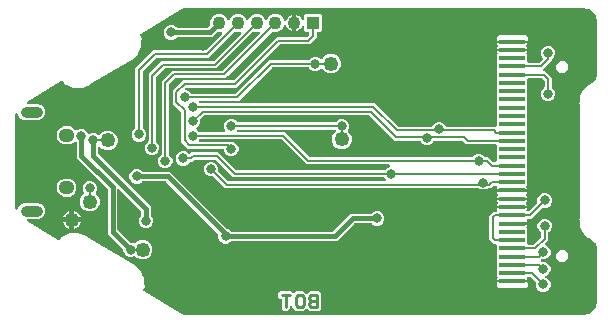
<source format=gbl>
G04 EAGLE Gerber RS-274X export*
G75*
%MOMM*%
%FSLAX34Y34*%
%LPD*%
%INBottom Copper*%
%IPPOS*%
%AMOC8*
5,1,8,0,0,1.08239X$1,22.5*%
G01*
%ADD10C,0.254000*%
%ADD11R,2.200000X0.350000*%
%ADD12R,1.106400X1.106400*%
%ADD13C,1.106400*%
%ADD14C,0.990000*%
%ADD15C,0.950000*%
%ADD16C,1.250000*%
%ADD17C,0.806400*%
%ADD18C,0.203200*%
%ADD19C,0.406400*%

G36*
X484631Y3396D02*
X484631Y3396D01*
X484702Y3397D01*
X489305Y4197D01*
X489352Y4212D01*
X489400Y4218D01*
X489467Y4250D01*
X489576Y4285D01*
X489648Y4333D01*
X489705Y4360D01*
X493081Y6670D01*
X493110Y6696D01*
X493143Y6715D01*
X493195Y6774D01*
X493291Y6862D01*
X493330Y6925D01*
X493367Y6966D01*
X495567Y10450D01*
X495571Y10458D01*
X495576Y10465D01*
X495596Y10515D01*
X495684Y10709D01*
X495689Y10748D01*
X495701Y10777D01*
X496721Y15470D01*
X496731Y15608D01*
X496744Y15685D01*
X496744Y60063D01*
X496704Y60344D01*
X496698Y60358D01*
X496696Y60371D01*
X495484Y64181D01*
X495431Y64291D01*
X495382Y64403D01*
X495370Y64417D01*
X495361Y64437D01*
X495171Y64649D01*
X495166Y64652D01*
X495162Y64657D01*
X491976Y67280D01*
X491918Y67316D01*
X491880Y67351D01*
X489477Y68895D01*
X489385Y68938D01*
X489297Y68987D01*
X489261Y68995D01*
X489219Y69014D01*
X489036Y69042D01*
X488969Y69056D01*
X488800Y69063D01*
X488281Y69626D01*
X488132Y69747D01*
X488084Y69791D01*
X487439Y70206D01*
X487403Y70370D01*
X487368Y70465D01*
X487341Y70562D01*
X487321Y70593D01*
X487304Y70637D01*
X487195Y70785D01*
X487157Y70843D01*
X485556Y72577D01*
X485499Y72623D01*
X485449Y72677D01*
X485398Y72706D01*
X485336Y72757D01*
X485224Y72805D01*
X485157Y72842D01*
X484886Y72941D01*
X484610Y73531D01*
X484455Y73769D01*
X484443Y73779D01*
X484436Y73790D01*
X483995Y74268D01*
X484007Y74557D01*
X483999Y74630D01*
X484002Y74704D01*
X483986Y74761D01*
X483978Y74840D01*
X483933Y74954D01*
X483912Y75027D01*
X482975Y77035D01*
X482938Y77092D01*
X482910Y77153D01*
X482868Y77200D01*
X482820Y77273D01*
X482734Y77347D01*
X482684Y77402D01*
X482439Y77596D01*
X482366Y78220D01*
X482293Y78494D01*
X482282Y78513D01*
X482277Y78530D01*
X482012Y79099D01*
X482119Y79393D01*
X482133Y79460D01*
X482156Y79523D01*
X482159Y79586D01*
X482177Y79671D01*
X482169Y79785D01*
X482173Y79859D01*
X481948Y81772D01*
X481941Y81799D01*
X481940Y81828D01*
X481904Y81937D01*
X481875Y82047D01*
X481861Y82071D01*
X481852Y82098D01*
X481807Y82162D01*
X481758Y82243D01*
X481758Y83323D01*
X481749Y83390D01*
X481751Y83442D01*
X481624Y84520D01*
X481625Y84522D01*
X481683Y84621D01*
X481690Y84648D01*
X481703Y84673D01*
X481716Y84750D01*
X481753Y84896D01*
X481750Y84958D01*
X481758Y85004D01*
X481758Y182204D01*
X481754Y182232D01*
X481757Y182260D01*
X481734Y182372D01*
X481718Y182485D01*
X481707Y182511D01*
X481701Y182539D01*
X481664Y182607D01*
X481625Y182693D01*
X481751Y183766D01*
X481750Y183834D01*
X481758Y183885D01*
X481758Y184971D01*
X481759Y184972D01*
X481828Y185064D01*
X481838Y185090D01*
X481854Y185114D01*
X481876Y185189D01*
X481929Y185329D01*
X481935Y185390D01*
X481948Y185436D01*
X482173Y187349D01*
X482171Y187417D01*
X482180Y187485D01*
X482168Y187547D01*
X482166Y187633D01*
X482132Y187742D01*
X482119Y187815D01*
X482012Y188109D01*
X482277Y188678D01*
X482360Y188950D01*
X482361Y188971D01*
X482366Y188988D01*
X482439Y189612D01*
X482684Y189806D01*
X482731Y189855D01*
X482785Y189897D01*
X482821Y189949D01*
X482881Y190011D01*
X482933Y190112D01*
X482975Y190173D01*
X483912Y192181D01*
X483934Y192251D01*
X483964Y192318D01*
X483972Y192376D01*
X483995Y192453D01*
X483997Y192575D01*
X484007Y192651D01*
X483995Y192940D01*
X484436Y193418D01*
X484598Y193651D01*
X484603Y193666D01*
X484610Y193677D01*
X484886Y194267D01*
X485157Y194366D01*
X485222Y194400D01*
X485291Y194425D01*
X485338Y194462D01*
X485408Y194499D01*
X485496Y194584D01*
X485556Y194631D01*
X487157Y196365D01*
X487214Y196448D01*
X487279Y196526D01*
X487292Y196561D01*
X487319Y196599D01*
X487377Y196774D01*
X487403Y196838D01*
X487439Y197002D01*
X488084Y197417D01*
X488229Y197542D01*
X488281Y197582D01*
X488800Y198145D01*
X488969Y198152D01*
X489068Y198170D01*
X489168Y198180D01*
X489202Y198195D01*
X489248Y198203D01*
X489414Y198285D01*
X489477Y198313D01*
X491880Y199857D01*
X491931Y199902D01*
X491976Y199927D01*
X495162Y202551D01*
X495245Y202641D01*
X495331Y202729D01*
X495339Y202745D01*
X495354Y202761D01*
X495441Y202935D01*
X495448Y202947D01*
X495452Y202958D01*
X495480Y203016D01*
X495482Y203022D01*
X495484Y203027D01*
X496696Y206837D01*
X496744Y207118D01*
X496742Y207133D01*
X496744Y207145D01*
X496744Y251523D01*
X496725Y251660D01*
X496721Y251738D01*
X495701Y256431D01*
X495698Y256440D01*
X495697Y256448D01*
X495677Y256497D01*
X495663Y256533D01*
X495654Y256570D01*
X495643Y256589D01*
X495602Y256698D01*
X495579Y256729D01*
X495567Y256758D01*
X493394Y260199D01*
X493361Y260237D01*
X493336Y260281D01*
X493282Y260331D01*
X493210Y260416D01*
X493136Y260465D01*
X493089Y260508D01*
X489467Y262862D01*
X489437Y262876D01*
X489411Y262896D01*
X489338Y262922D01*
X489210Y262982D01*
X489144Y262992D01*
X489096Y263010D01*
X484694Y263810D01*
X484584Y263814D01*
X484512Y263826D01*
X150372Y263826D01*
X150300Y263816D01*
X150246Y263818D01*
X146967Y263409D01*
X146778Y263357D01*
X146716Y263344D01*
X143716Y262144D01*
X143631Y262095D01*
X143568Y262070D01*
X110196Y241908D01*
X110117Y241844D01*
X110033Y241786D01*
X110008Y241754D01*
X109976Y241728D01*
X109918Y241645D01*
X109853Y241566D01*
X109837Y241528D01*
X109814Y241495D01*
X109782Y241398D01*
X109741Y241304D01*
X109736Y241264D01*
X109723Y241225D01*
X109719Y241123D01*
X109706Y241022D01*
X109713Y240987D01*
X109711Y240941D01*
X109755Y240758D01*
X109767Y240692D01*
X110385Y238993D01*
X110389Y238985D01*
X110391Y238976D01*
X110419Y238929D01*
X110519Y238742D01*
X110546Y238714D01*
X110562Y238687D01*
X110924Y238256D01*
X110891Y237878D01*
X110894Y237826D01*
X110888Y237773D01*
X110901Y237702D01*
X110907Y237594D01*
X110937Y237508D01*
X110949Y237443D01*
X111078Y237087D01*
X110840Y236577D01*
X110837Y236568D01*
X110832Y236561D01*
X110819Y236507D01*
X110757Y236305D01*
X110756Y236266D01*
X110749Y236235D01*
X110389Y232105D01*
X110393Y232037D01*
X110387Y231968D01*
X110400Y231907D01*
X110405Y231821D01*
X110442Y231713D01*
X110458Y231640D01*
X110573Y231353D01*
X110325Y230773D01*
X110250Y230498D01*
X110251Y230478D01*
X110246Y230461D01*
X110192Y229832D01*
X109955Y229633D01*
X109909Y229582D01*
X109856Y229538D01*
X109822Y229486D01*
X109765Y229422D01*
X109715Y229318D01*
X109674Y229256D01*
X108059Y225486D01*
X108058Y225481D01*
X108055Y225477D01*
X108046Y225439D01*
X107985Y225212D01*
X107985Y225177D01*
X107979Y225150D01*
X107943Y224572D01*
X107671Y224332D01*
X107634Y224289D01*
X107591Y224253D01*
X107553Y224194D01*
X107486Y224116D01*
X107446Y224028D01*
X107409Y223971D01*
X107266Y223637D01*
X106729Y223422D01*
X106724Y223419D01*
X106719Y223418D01*
X106685Y223397D01*
X106482Y223281D01*
X106458Y223256D01*
X106434Y223241D01*
X103614Y220752D01*
X103526Y220649D01*
X103437Y220548D01*
X103434Y220542D01*
X103429Y220536D01*
X103312Y220277D01*
X103308Y220256D01*
X103301Y220240D01*
X103298Y220226D01*
X102516Y219760D01*
X102427Y219689D01*
X102364Y219649D01*
X101682Y219048D01*
X101667Y219048D01*
X101532Y219038D01*
X101397Y219029D01*
X101391Y219027D01*
X101384Y219026D01*
X101118Y218926D01*
X101101Y218914D01*
X101084Y218907D01*
X67466Y198879D01*
X67361Y198795D01*
X67256Y198713D01*
X67251Y198707D01*
X67244Y198701D01*
X67081Y198468D01*
X67075Y198450D01*
X67065Y198436D01*
X67056Y198417D01*
X66207Y198108D01*
X66104Y198054D01*
X66034Y198026D01*
X65258Y197564D01*
X65237Y197569D01*
X65105Y197583D01*
X64971Y197600D01*
X64964Y197599D01*
X64955Y197600D01*
X64675Y197551D01*
X64657Y197542D01*
X64641Y197539D01*
X61026Y196225D01*
X60999Y196210D01*
X60969Y196202D01*
X60903Y196159D01*
X60892Y196153D01*
X60825Y196123D01*
X60808Y196108D01*
X60775Y196091D01*
X60729Y196046D01*
X60687Y196019D01*
X60340Y195701D01*
X59868Y195721D01*
X59838Y195719D01*
X59808Y195722D01*
X59730Y195708D01*
X59586Y195694D01*
X59526Y195670D01*
X59477Y195661D01*
X59033Y195500D01*
X58607Y195699D01*
X58577Y195708D01*
X58550Y195723D01*
X58473Y195740D01*
X58335Y195782D01*
X58270Y195783D01*
X58222Y195793D01*
X54010Y195976D01*
X53983Y195974D01*
X53957Y195977D01*
X53880Y195964D01*
X53727Y195949D01*
X53672Y195927D01*
X53626Y195919D01*
X53165Y195755D01*
X52755Y195950D01*
X52722Y195961D01*
X52691Y195978D01*
X52615Y195994D01*
X52484Y196035D01*
X52415Y196037D01*
X52363Y196048D01*
X51910Y196067D01*
X51579Y196428D01*
X51559Y196445D01*
X51542Y196466D01*
X51479Y196511D01*
X51360Y196609D01*
X51305Y196632D01*
X51267Y196659D01*
X47385Y198508D01*
X47360Y198515D01*
X47338Y198528D01*
X47263Y198546D01*
X47113Y198593D01*
X47055Y198594D01*
X47011Y198604D01*
X46518Y198635D01*
X46221Y198971D01*
X46194Y198995D01*
X46171Y199024D01*
X46107Y199069D01*
X46005Y199156D01*
X45940Y199186D01*
X45896Y199216D01*
X45492Y199409D01*
X45326Y199875D01*
X45314Y199898D01*
X45308Y199922D01*
X45267Y199988D01*
X45195Y200127D01*
X45155Y200169D01*
X45131Y200207D01*
X44132Y201339D01*
X44050Y201409D01*
X43973Y201485D01*
X43942Y201501D01*
X43916Y201524D01*
X43818Y201568D01*
X43722Y201620D01*
X43689Y201627D01*
X43657Y201641D01*
X43550Y201657D01*
X43445Y201680D01*
X43410Y201678D01*
X43376Y201683D01*
X43269Y201668D01*
X43161Y201661D01*
X43132Y201649D01*
X43094Y201644D01*
X42897Y201557D01*
X42848Y201538D01*
X14073Y184273D01*
X14064Y184266D01*
X14054Y184261D01*
X13954Y184177D01*
X13852Y184094D01*
X13846Y184085D01*
X13837Y184077D01*
X13764Y183968D01*
X13689Y183860D01*
X13686Y183850D01*
X13680Y183841D01*
X13640Y183715D01*
X13598Y183591D01*
X13597Y183580D01*
X13594Y183570D01*
X13590Y183438D01*
X13584Y183307D01*
X13587Y183297D01*
X13587Y183286D01*
X13620Y183158D01*
X13650Y183031D01*
X13656Y183021D01*
X13658Y183011D01*
X13725Y182898D01*
X13790Y182783D01*
X13798Y182776D01*
X13804Y182766D01*
X13900Y182676D01*
X13993Y182584D01*
X14003Y182579D01*
X14011Y182572D01*
X14128Y182512D01*
X14244Y182450D01*
X14254Y182447D01*
X14264Y182442D01*
X14323Y182432D01*
X14521Y182389D01*
X14562Y182392D01*
X14595Y182387D01*
X23625Y182387D01*
X26118Y181354D01*
X28026Y179446D01*
X29059Y176953D01*
X29059Y173755D01*
X28026Y171262D01*
X26118Y169354D01*
X23625Y168321D01*
X11427Y168321D01*
X8934Y169354D01*
X7026Y171262D01*
X6005Y173726D01*
X5948Y173822D01*
X5897Y173922D01*
X5876Y173945D01*
X5861Y173971D01*
X5779Y174048D01*
X5703Y174129D01*
X5676Y174145D01*
X5654Y174166D01*
X5554Y174217D01*
X5458Y174274D01*
X5429Y174282D01*
X5401Y174296D01*
X5291Y174318D01*
X5183Y174346D01*
X5152Y174345D01*
X5122Y174351D01*
X5011Y174342D01*
X4899Y174339D01*
X4870Y174329D01*
X4839Y174327D01*
X4735Y174287D01*
X4628Y174253D01*
X4602Y174236D01*
X4574Y174225D01*
X4485Y174157D01*
X4391Y174095D01*
X4372Y174072D01*
X4347Y174053D01*
X4280Y173964D01*
X4208Y173878D01*
X4197Y173853D01*
X4177Y173826D01*
X4092Y173600D01*
X4079Y173568D01*
X3408Y170696D01*
X3395Y170542D01*
X3382Y170465D01*
X3382Y96505D01*
X3405Y96343D01*
X3410Y96267D01*
X4059Y93580D01*
X4098Y93479D01*
X4131Y93376D01*
X4151Y93348D01*
X4163Y93316D01*
X4229Y93230D01*
X4290Y93140D01*
X4316Y93118D01*
X4337Y93091D01*
X4424Y93027D01*
X4507Y92957D01*
X4539Y92943D01*
X4567Y92923D01*
X4668Y92886D01*
X4767Y92842D01*
X4801Y92837D01*
X4834Y92825D01*
X4942Y92818D01*
X5049Y92803D01*
X5083Y92808D01*
X5117Y92805D01*
X5223Y92828D01*
X5330Y92844D01*
X5361Y92858D01*
X5395Y92865D01*
X5491Y92916D01*
X5589Y92961D01*
X5615Y92983D01*
X5646Y92999D01*
X5723Y93075D01*
X5806Y93145D01*
X5822Y93171D01*
X5849Y93198D01*
X5956Y93385D01*
X5983Y93430D01*
X7026Y95946D01*
X8934Y97854D01*
X11427Y98887D01*
X23625Y98887D01*
X26118Y97854D01*
X28026Y95946D01*
X29059Y93453D01*
X29059Y90255D01*
X28026Y87762D01*
X26118Y85854D01*
X23625Y84821D01*
X14595Y84821D01*
X14584Y84820D01*
X14573Y84821D01*
X14443Y84800D01*
X14314Y84781D01*
X14304Y84777D01*
X14293Y84775D01*
X14174Y84719D01*
X14054Y84665D01*
X14046Y84658D01*
X14036Y84653D01*
X13937Y84566D01*
X13837Y84482D01*
X13831Y84472D01*
X13823Y84465D01*
X13753Y84355D01*
X13680Y84245D01*
X13676Y84234D01*
X13670Y84225D01*
X13634Y84099D01*
X13594Y83974D01*
X13594Y83963D01*
X13590Y83952D01*
X13590Y83821D01*
X13587Y83690D01*
X13589Y83679D01*
X13589Y83668D01*
X13625Y83541D01*
X13658Y83415D01*
X13664Y83405D01*
X13667Y83395D01*
X13737Y83282D01*
X13804Y83170D01*
X13812Y83163D01*
X13817Y83153D01*
X13863Y83114D01*
X14011Y82976D01*
X14048Y82957D01*
X14073Y82935D01*
X40308Y67194D01*
X40408Y67152D01*
X40505Y67103D01*
X40539Y67097D01*
X40570Y67083D01*
X40678Y67071D01*
X40784Y67050D01*
X40818Y67054D01*
X40853Y67050D01*
X40960Y67067D01*
X41067Y67077D01*
X41099Y67090D01*
X41133Y67095D01*
X41231Y67142D01*
X41331Y67181D01*
X41355Y67201D01*
X41390Y67217D01*
X41551Y67360D01*
X41592Y67393D01*
X42591Y68525D01*
X42605Y68546D01*
X42623Y68563D01*
X42661Y68631D01*
X42747Y68762D01*
X42764Y68817D01*
X42786Y68857D01*
X42952Y69323D01*
X43356Y69516D01*
X43387Y69536D01*
X43421Y69549D01*
X43481Y69598D01*
X43593Y69673D01*
X43640Y69727D01*
X43681Y69761D01*
X43978Y70097D01*
X44471Y70128D01*
X44496Y70133D01*
X44522Y70132D01*
X44596Y70153D01*
X44750Y70185D01*
X44801Y70212D01*
X44845Y70224D01*
X48727Y72073D01*
X48750Y72088D01*
X48775Y72097D01*
X48836Y72145D01*
X48964Y72230D01*
X49003Y72276D01*
X49039Y72304D01*
X49370Y72665D01*
X49823Y72684D01*
X49858Y72691D01*
X49893Y72690D01*
X49968Y72711D01*
X50103Y72736D01*
X50165Y72767D01*
X50215Y72782D01*
X50625Y72977D01*
X51086Y72813D01*
X51112Y72808D01*
X51136Y72797D01*
X51214Y72787D01*
X51365Y72757D01*
X51424Y72761D01*
X51470Y72756D01*
X55682Y72939D01*
X55712Y72945D01*
X55744Y72943D01*
X55819Y72964D01*
X55961Y72991D01*
X56019Y73020D01*
X56067Y73033D01*
X56493Y73232D01*
X56937Y73071D01*
X56967Y73064D01*
X56995Y73052D01*
X57073Y73042D01*
X57216Y73012D01*
X57280Y73017D01*
X57328Y73011D01*
X57800Y73031D01*
X58147Y72713D01*
X58173Y72696D01*
X58194Y72673D01*
X58262Y72634D01*
X58382Y72552D01*
X58443Y72532D01*
X58486Y72507D01*
X62102Y71193D01*
X62233Y71165D01*
X62363Y71135D01*
X62371Y71136D01*
X62380Y71134D01*
X62664Y71155D01*
X62682Y71161D01*
X62698Y71163D01*
X62719Y71168D01*
X63495Y70705D01*
X63602Y70660D01*
X63668Y70623D01*
X64516Y70315D01*
X64526Y70295D01*
X64599Y70182D01*
X64670Y70069D01*
X64676Y70064D01*
X64681Y70057D01*
X64896Y69871D01*
X64914Y69863D01*
X64926Y69852D01*
X103687Y46740D01*
X103797Y46693D01*
X103905Y46642D01*
X103926Y46640D01*
X103949Y46630D01*
X104232Y46597D01*
X104235Y46597D01*
X104238Y46597D01*
X104324Y46600D01*
X104938Y46022D01*
X105054Y45940D01*
X105114Y45889D01*
X105839Y45457D01*
X105860Y45373D01*
X105905Y45263D01*
X105945Y45150D01*
X105958Y45134D01*
X105967Y45110D01*
X106144Y44887D01*
X106146Y44885D01*
X106148Y44883D01*
X108952Y42244D01*
X108986Y42220D01*
X109015Y42190D01*
X109068Y42160D01*
X109083Y42146D01*
X109111Y42132D01*
X109184Y42080D01*
X109258Y42055D01*
X109308Y42027D01*
X109709Y41884D01*
X109931Y41417D01*
X109942Y41401D01*
X109949Y41382D01*
X109994Y41323D01*
X110088Y41180D01*
X110128Y41147D01*
X110152Y41114D01*
X110529Y40760D01*
X110542Y40335D01*
X110549Y40294D01*
X110548Y40252D01*
X110569Y40178D01*
X110590Y40055D01*
X110624Y39985D01*
X110640Y39929D01*
X112459Y36109D01*
X112474Y36086D01*
X112483Y36061D01*
X112531Y36000D01*
X112616Y35872D01*
X112661Y35833D01*
X112690Y35797D01*
X113051Y35466D01*
X113070Y35013D01*
X113077Y34978D01*
X113076Y34943D01*
X113097Y34868D01*
X113122Y34733D01*
X113153Y34671D01*
X113168Y34621D01*
X113363Y34211D01*
X113199Y33750D01*
X113194Y33724D01*
X113183Y33700D01*
X113173Y33622D01*
X113143Y33471D01*
X113147Y33412D01*
X113142Y33366D01*
X113326Y29122D01*
X113331Y29099D01*
X113329Y29075D01*
X113349Y29001D01*
X113378Y28842D01*
X113403Y28792D01*
X113414Y28750D01*
X113620Y28291D01*
X113464Y27880D01*
X113455Y27843D01*
X113439Y27808D01*
X113429Y27731D01*
X113400Y27603D01*
X113405Y27530D01*
X113398Y27475D01*
X113417Y27036D01*
X113077Y26665D01*
X113064Y26645D01*
X113046Y26630D01*
X113008Y26564D01*
X112916Y26430D01*
X112899Y26378D01*
X112877Y26340D01*
X112358Y24978D01*
X112334Y24871D01*
X112302Y24766D01*
X112302Y24733D01*
X112295Y24701D01*
X112301Y24591D01*
X112300Y24482D01*
X112309Y24450D01*
X112311Y24417D01*
X112348Y24314D01*
X112377Y24208D01*
X112395Y24180D01*
X112406Y24149D01*
X112469Y24060D01*
X112527Y23967D01*
X112549Y23947D01*
X112571Y23917D01*
X112746Y23778D01*
X112781Y23748D01*
X143568Y5138D01*
X143658Y5100D01*
X143716Y5064D01*
X146716Y3864D01*
X146906Y3818D01*
X146967Y3799D01*
X150246Y3390D01*
X150318Y3391D01*
X150372Y3382D01*
X484528Y3382D01*
X484631Y3396D01*
G37*
%LPC*%
G36*
X449898Y23399D02*
X449898Y23399D01*
X447669Y24323D01*
X445963Y26029D01*
X445039Y28258D01*
X445039Y30797D01*
X445031Y30854D01*
X445033Y30910D01*
X445025Y30938D01*
X445024Y30971D01*
X445007Y31023D01*
X444999Y31078D01*
X444974Y31136D01*
X444961Y31185D01*
X444948Y31206D01*
X444937Y31241D01*
X444909Y31280D01*
X444883Y31338D01*
X444839Y31390D01*
X444816Y31429D01*
X444777Y31466D01*
X444742Y31515D01*
X440499Y35758D01*
X440429Y35810D01*
X440365Y35870D01*
X440315Y35896D01*
X440271Y35929D01*
X440190Y35960D01*
X440112Y36000D01*
X440064Y36008D01*
X440006Y36030D01*
X439858Y36042D01*
X439781Y36055D01*
X437754Y36055D01*
X437640Y36039D01*
X437526Y36029D01*
X437500Y36019D01*
X437472Y36015D01*
X437368Y35968D01*
X437261Y35927D01*
X437238Y35911D01*
X437213Y35899D01*
X437125Y35825D01*
X437034Y35756D01*
X437017Y35733D01*
X436996Y35716D01*
X436932Y35620D01*
X436864Y35528D01*
X436854Y35502D01*
X436838Y35479D01*
X436804Y35369D01*
X436763Y35262D01*
X436761Y35234D01*
X436753Y35208D01*
X436750Y35093D01*
X436741Y34979D01*
X436746Y34954D01*
X436745Y34924D01*
X436812Y34667D01*
X436816Y34651D01*
X437021Y34157D01*
X437021Y32487D01*
X436999Y32445D01*
X436981Y32357D01*
X436954Y32272D01*
X436953Y32218D01*
X436942Y32166D01*
X436949Y32077D01*
X436947Y31988D01*
X436960Y31936D01*
X436964Y31883D01*
X436996Y31799D01*
X437018Y31713D01*
X437046Y31667D01*
X437065Y31617D01*
X437109Y31560D01*
X437164Y31468D01*
X437231Y31405D01*
X437272Y31353D01*
X437273Y31353D01*
X437296Y31337D01*
X437318Y31305D01*
X437897Y30727D01*
X437897Y28201D01*
X436111Y26415D01*
X413265Y26415D01*
X411479Y28201D01*
X411479Y30727D01*
X411674Y30921D01*
X411726Y30991D01*
X411786Y31055D01*
X411812Y31105D01*
X411845Y31149D01*
X411864Y31198D01*
X411877Y31207D01*
X411961Y31245D01*
X412043Y31314D01*
X412103Y31353D01*
X412104Y31353D01*
X412138Y31394D01*
X412178Y31428D01*
X412179Y31429D01*
X412228Y31503D01*
X412285Y31572D01*
X412307Y31621D01*
X412336Y31665D01*
X412363Y31751D01*
X412399Y31832D01*
X412406Y31885D01*
X412422Y31936D01*
X412424Y32026D01*
X412436Y32114D01*
X412428Y32167D01*
X412429Y32220D01*
X412407Y32307D01*
X412393Y32395D01*
X412371Y32444D01*
X412358Y32496D01*
X412312Y32572D01*
X412275Y32653D01*
X412240Y32694D01*
X412212Y32740D01*
X412147Y32801D01*
X412089Y32869D01*
X412044Y32898D01*
X412005Y32934D01*
X411971Y32952D01*
X411971Y34157D01*
X412253Y34836D01*
X412253Y34838D01*
X412254Y34839D01*
X412287Y34971D01*
X412324Y35112D01*
X412323Y35113D01*
X412324Y35115D01*
X412319Y35256D01*
X412315Y35396D01*
X412315Y35397D01*
X412315Y35399D01*
X412272Y35530D01*
X412229Y35667D01*
X412228Y35668D01*
X412227Y35669D01*
X412218Y35682D01*
X412070Y35903D01*
X412047Y35922D01*
X412032Y35943D01*
X411463Y36512D01*
X411463Y41696D01*
X411653Y41886D01*
X411689Y41933D01*
X411731Y41973D01*
X411774Y42046D01*
X411824Y42113D01*
X411845Y42168D01*
X411875Y42218D01*
X411895Y42300D01*
X411926Y42379D01*
X411930Y42437D01*
X411945Y42494D01*
X411942Y42578D01*
X411949Y42662D01*
X411938Y42720D01*
X411936Y42778D01*
X411910Y42858D01*
X411893Y42941D01*
X411866Y42993D01*
X411848Y43049D01*
X411808Y43105D01*
X411762Y43193D01*
X411693Y43266D01*
X411653Y43322D01*
X411463Y43512D01*
X411463Y48696D01*
X411653Y48886D01*
X411689Y48933D01*
X411731Y48973D01*
X411774Y49046D01*
X411824Y49113D01*
X411845Y49168D01*
X411875Y49218D01*
X411895Y49300D01*
X411926Y49379D01*
X411930Y49437D01*
X411945Y49494D01*
X411942Y49578D01*
X411949Y49662D01*
X411938Y49720D01*
X411936Y49778D01*
X411910Y49858D01*
X411893Y49941D01*
X411866Y49993D01*
X411848Y50049D01*
X411808Y50105D01*
X411762Y50193D01*
X411693Y50266D01*
X411653Y50322D01*
X411463Y50512D01*
X411463Y55696D01*
X411653Y55886D01*
X411689Y55933D01*
X411731Y55973D01*
X411774Y56046D01*
X411824Y56113D01*
X411845Y56168D01*
X411875Y56218D01*
X411895Y56300D01*
X411926Y56379D01*
X411930Y56437D01*
X411945Y56494D01*
X411942Y56578D01*
X411949Y56662D01*
X411938Y56720D01*
X411936Y56778D01*
X411910Y56858D01*
X411893Y56941D01*
X411866Y56993D01*
X411848Y57049D01*
X411808Y57105D01*
X411762Y57193D01*
X411693Y57266D01*
X411653Y57322D01*
X411463Y57512D01*
X411463Y63040D01*
X411455Y63098D01*
X411457Y63156D01*
X411435Y63238D01*
X411423Y63322D01*
X411400Y63375D01*
X411385Y63431D01*
X411342Y63504D01*
X411307Y63581D01*
X411269Y63626D01*
X411240Y63676D01*
X411178Y63734D01*
X411124Y63798D01*
X411075Y63830D01*
X411032Y63870D01*
X410957Y63909D01*
X410887Y63956D01*
X410831Y63973D01*
X410779Y64000D01*
X410711Y64011D01*
X410616Y64041D01*
X410516Y64044D01*
X410448Y64055D01*
X409153Y64055D01*
X405383Y67825D01*
X405383Y87623D01*
X408913Y91153D01*
X411238Y91153D01*
X411352Y91169D01*
X411466Y91179D01*
X411492Y91189D01*
X411520Y91193D01*
X411624Y91240D01*
X411731Y91281D01*
X411754Y91297D01*
X411779Y91309D01*
X411867Y91383D01*
X411958Y91452D01*
X411975Y91475D01*
X411996Y91492D01*
X412060Y91588D01*
X412128Y91680D01*
X412138Y91706D01*
X412154Y91729D01*
X412188Y91839D01*
X412229Y91946D01*
X412231Y91974D01*
X412239Y92000D01*
X412242Y92115D01*
X412251Y92229D01*
X412246Y92254D01*
X412247Y92284D01*
X412180Y92541D01*
X412176Y92557D01*
X411971Y93051D01*
X411971Y94089D01*
X416293Y94089D01*
X416322Y94093D01*
X416351Y94090D01*
X416462Y94113D01*
X416574Y94128D01*
X416601Y94140D01*
X416630Y94146D01*
X416730Y94198D01*
X416834Y94245D01*
X416856Y94264D01*
X416882Y94277D01*
X416964Y94355D01*
X417051Y94428D01*
X417067Y94453D01*
X417088Y94473D01*
X417146Y94571D01*
X417208Y94665D01*
X417217Y94693D01*
X417232Y94718D01*
X417260Y94828D01*
X417294Y94936D01*
X417295Y94965D01*
X417302Y94994D01*
X417299Y95107D01*
X417301Y95220D01*
X417294Y95249D01*
X417293Y95278D01*
X417258Y95386D01*
X417230Y95495D01*
X417215Y95520D01*
X417206Y95548D01*
X417160Y95612D01*
X417084Y95740D01*
X417039Y95783D01*
X417011Y95822D01*
X417010Y95822D01*
X416941Y95874D01*
X416877Y95934D01*
X416827Y95960D01*
X416783Y95993D01*
X416702Y96024D01*
X416624Y96064D01*
X416576Y96072D01*
X416518Y96094D01*
X416370Y96106D01*
X416293Y96119D01*
X411971Y96119D01*
X411971Y97157D01*
X412203Y97718D01*
X412372Y97886D01*
X412407Y97933D01*
X412449Y97973D01*
X412492Y98046D01*
X412543Y98113D01*
X412563Y98168D01*
X412593Y98218D01*
X412614Y98300D01*
X412644Y98379D01*
X412649Y98437D01*
X412663Y98494D01*
X412660Y98578D01*
X412668Y98662D01*
X412656Y98720D01*
X412654Y98778D01*
X412628Y98858D01*
X412612Y98941D01*
X412585Y98993D01*
X412567Y99049D01*
X412527Y99105D01*
X412481Y99193D01*
X412412Y99266D01*
X412372Y99322D01*
X412203Y99490D01*
X411971Y100051D01*
X411971Y101089D01*
X415389Y101089D01*
X415418Y101093D01*
X415447Y101090D01*
X415558Y101113D01*
X415670Y101128D01*
X415697Y101140D01*
X415726Y101146D01*
X415826Y101198D01*
X415930Y101245D01*
X415952Y101264D01*
X415978Y101277D01*
X416060Y101355D01*
X416147Y101428D01*
X416163Y101453D01*
X416184Y101473D01*
X416242Y101571D01*
X416304Y101665D01*
X416313Y101693D01*
X416328Y101718D01*
X416356Y101828D01*
X416390Y101936D01*
X416391Y101965D01*
X416398Y101994D01*
X416395Y102107D01*
X416397Y102220D01*
X416390Y102249D01*
X416389Y102278D01*
X416354Y102386D01*
X416326Y102495D01*
X416311Y102520D01*
X416302Y102548D01*
X416256Y102612D01*
X416180Y102740D01*
X416135Y102783D01*
X416107Y102822D01*
X416106Y102822D01*
X416037Y102874D01*
X415973Y102934D01*
X415923Y102960D01*
X415879Y102993D01*
X415798Y103024D01*
X415720Y103064D01*
X415672Y103072D01*
X415614Y103094D01*
X415466Y103106D01*
X415389Y103119D01*
X411971Y103119D01*
X411971Y104157D01*
X412203Y104718D01*
X412372Y104886D01*
X412407Y104933D01*
X412449Y104973D01*
X412492Y105046D01*
X412543Y105113D01*
X412564Y105168D01*
X412593Y105218D01*
X412614Y105300D01*
X412644Y105379D01*
X412649Y105437D01*
X412663Y105494D01*
X412661Y105578D01*
X412667Y105662D01*
X412656Y105720D01*
X412654Y105778D01*
X412628Y105858D01*
X412612Y105941D01*
X412585Y105993D01*
X412567Y106049D01*
X412527Y106105D01*
X412481Y106193D01*
X412412Y106266D01*
X412372Y106322D01*
X412203Y106490D01*
X411971Y107051D01*
X411971Y108089D01*
X415268Y108089D01*
X415331Y108097D01*
X415395Y108096D01*
X415471Y108117D01*
X415550Y108128D01*
X415608Y108154D01*
X415669Y108171D01*
X415725Y108207D01*
X415809Y108245D01*
X415891Y108314D01*
X415951Y108353D01*
X415952Y108353D01*
X415986Y108394D01*
X416026Y108428D01*
X416027Y108429D01*
X416076Y108503D01*
X416133Y108572D01*
X416155Y108621D01*
X416184Y108665D01*
X416211Y108751D01*
X416247Y108832D01*
X416254Y108885D01*
X416270Y108936D01*
X416272Y109026D01*
X416284Y109114D01*
X416276Y109167D01*
X416277Y109220D01*
X416255Y109307D01*
X416241Y109395D01*
X416219Y109444D01*
X416206Y109496D01*
X416160Y109572D01*
X416123Y109653D01*
X416088Y109694D01*
X416060Y109740D01*
X415995Y109801D01*
X415937Y109869D01*
X415892Y109898D01*
X415853Y109934D01*
X415773Y109975D01*
X415699Y110024D01*
X415648Y110040D01*
X415600Y110064D01*
X415529Y110076D01*
X415427Y110107D01*
X415334Y110108D01*
X415269Y110119D01*
X411971Y110119D01*
X411971Y111157D01*
X412176Y111651D01*
X412205Y111763D01*
X412239Y111872D01*
X412240Y111900D01*
X412247Y111927D01*
X412244Y112041D01*
X412247Y112156D01*
X412240Y112183D01*
X412239Y112211D01*
X412204Y112320D01*
X412175Y112431D01*
X412161Y112455D01*
X412152Y112482D01*
X412088Y112577D01*
X412030Y112676D01*
X412009Y112695D01*
X411994Y112718D01*
X411906Y112792D01*
X411822Y112870D01*
X411797Y112883D01*
X411776Y112901D01*
X411671Y112947D01*
X411569Y113000D01*
X411544Y113004D01*
X411516Y113016D01*
X411253Y113053D01*
X411238Y113055D01*
X409379Y113055D01*
X409293Y113043D01*
X409205Y113040D01*
X409153Y113023D01*
X409098Y113015D01*
X409018Y112980D01*
X408935Y112953D01*
X408896Y112925D01*
X408838Y112899D01*
X408725Y112803D01*
X408661Y112758D01*
X406647Y110743D01*
X404369Y110743D01*
X404282Y110731D01*
X404195Y110728D01*
X404142Y110711D01*
X404087Y110703D01*
X404007Y110668D01*
X403924Y110641D01*
X403885Y110613D01*
X403828Y110587D01*
X403791Y110556D01*
X401510Y109611D01*
X399098Y109611D01*
X396833Y110549D01*
X396824Y110558D01*
X396774Y110584D01*
X396730Y110617D01*
X396648Y110648D01*
X396570Y110688D01*
X396523Y110696D01*
X396464Y110718D01*
X396317Y110730D01*
X396239Y110743D01*
X181617Y110743D01*
X171723Y120638D01*
X171653Y120690D01*
X171589Y120750D01*
X171539Y120776D01*
X171495Y120809D01*
X171414Y120840D01*
X171336Y120880D01*
X171288Y120888D01*
X171230Y120910D01*
X171082Y120922D01*
X171005Y120935D01*
X168466Y120935D01*
X166237Y121859D01*
X164531Y123565D01*
X163607Y125794D01*
X163607Y128206D01*
X164531Y130435D01*
X166237Y132141D01*
X168466Y133065D01*
X170878Y133065D01*
X173107Y132141D01*
X174813Y130435D01*
X175737Y128206D01*
X175737Y125667D01*
X175749Y125581D01*
X175752Y125493D01*
X175769Y125441D01*
X175777Y125386D01*
X175812Y125306D01*
X175839Y125223D01*
X175867Y125184D01*
X175893Y125126D01*
X175989Y125013D01*
X176034Y124949D01*
X183845Y117138D01*
X183915Y117086D01*
X183979Y117026D01*
X184029Y117000D01*
X184073Y116967D01*
X184154Y116936D01*
X184232Y116896D01*
X184280Y116888D01*
X184338Y116866D01*
X184486Y116854D01*
X184563Y116841D01*
X317307Y116841D01*
X317337Y116845D01*
X317366Y116842D01*
X317477Y116865D01*
X317589Y116881D01*
X317616Y116893D01*
X317644Y116898D01*
X317745Y116951D01*
X317848Y116997D01*
X317871Y117016D01*
X317897Y117029D01*
X317979Y117107D01*
X318065Y117180D01*
X318082Y117205D01*
X318103Y117225D01*
X318160Y117323D01*
X318223Y117417D01*
X318232Y117445D01*
X318247Y117470D01*
X318274Y117580D01*
X318309Y117688D01*
X318309Y117718D01*
X318317Y117746D01*
X318313Y117859D01*
X318316Y117972D01*
X318309Y118001D01*
X318308Y118030D01*
X318273Y118138D01*
X318244Y118247D01*
X318229Y118273D01*
X318220Y118301D01*
X318175Y118365D01*
X318099Y118492D01*
X318053Y118535D01*
X318025Y118574D01*
X316841Y119758D01*
X316771Y119810D01*
X316708Y119870D01*
X316658Y119896D01*
X316614Y119929D01*
X316532Y119960D01*
X316454Y120000D01*
X316407Y120008D01*
X316348Y120030D01*
X316201Y120042D01*
X316123Y120055D01*
X188561Y120055D01*
X173787Y134830D01*
X173717Y134882D01*
X173653Y134942D01*
X173603Y134968D01*
X173559Y135001D01*
X173478Y135032D01*
X173400Y135072D01*
X173352Y135080D01*
X173294Y135102D01*
X173146Y135114D01*
X173069Y135127D01*
X156115Y135127D01*
X156029Y135115D01*
X155941Y135112D01*
X155889Y135095D01*
X155834Y135087D01*
X155754Y135052D01*
X155671Y135025D01*
X155632Y134997D01*
X155574Y134971D01*
X155461Y134875D01*
X155397Y134830D01*
X153663Y133095D01*
X152253Y133095D01*
X152166Y133083D01*
X152079Y133080D01*
X152026Y133063D01*
X151971Y133055D01*
X151891Y133020D01*
X151808Y132993D01*
X151769Y132965D01*
X151712Y132939D01*
X151598Y132843D01*
X151535Y132798D01*
X149739Y131003D01*
X147510Y130079D01*
X145098Y130079D01*
X142869Y131003D01*
X141163Y132709D01*
X140239Y134938D01*
X140239Y137350D01*
X141163Y139579D01*
X142869Y141285D01*
X145098Y142209D01*
X147510Y142209D01*
X149739Y141285D01*
X150767Y140258D01*
X150813Y140223D01*
X150854Y140181D01*
X150927Y140138D01*
X150994Y140087D01*
X151049Y140066D01*
X151099Y140037D01*
X151181Y140016D01*
X151260Y139986D01*
X151318Y139981D01*
X151375Y139967D01*
X151459Y139969D01*
X151543Y139962D01*
X151600Y139974D01*
X151659Y139976D01*
X151739Y140002D01*
X151822Y140018D01*
X151874Y140045D01*
X151929Y140063D01*
X151986Y140103D01*
X152074Y140149D01*
X152146Y140218D01*
X152203Y140258D01*
X153169Y141225D01*
X176015Y141225D01*
X190789Y126450D01*
X190859Y126398D01*
X190923Y126338D01*
X190973Y126312D01*
X191017Y126279D01*
X191098Y126248D01*
X191176Y126208D01*
X191224Y126200D01*
X191282Y126178D01*
X191430Y126166D01*
X191507Y126153D01*
X316123Y126153D01*
X316210Y126165D01*
X316297Y126168D01*
X316350Y126185D01*
X316405Y126193D01*
X316485Y126228D01*
X316568Y126255D01*
X316607Y126283D01*
X316664Y126309D01*
X316778Y126405D01*
X316841Y126450D01*
X318637Y128245D01*
X320859Y129166D01*
X320933Y129210D01*
X321012Y129245D01*
X321055Y129282D01*
X321104Y129311D01*
X321163Y129373D01*
X321229Y129429D01*
X321260Y129476D01*
X321299Y129517D01*
X321339Y129594D01*
X321386Y129665D01*
X321403Y129719D01*
X321429Y129770D01*
X321446Y129854D01*
X321472Y129936D01*
X321473Y129993D01*
X321484Y130049D01*
X321477Y130134D01*
X321479Y130220D01*
X321465Y130275D01*
X321460Y130332D01*
X321429Y130412D01*
X321407Y130495D01*
X321378Y130544D01*
X321358Y130597D01*
X321306Y130666D01*
X321262Y130740D01*
X321221Y130779D01*
X321186Y130824D01*
X321118Y130876D01*
X321055Y130934D01*
X321004Y130960D01*
X320959Y130994D01*
X320878Y131025D01*
X320802Y131064D01*
X320753Y131072D01*
X320693Y131095D01*
X320548Y131106D01*
X320471Y131119D01*
X250793Y131119D01*
X229811Y152102D01*
X229741Y152154D01*
X229677Y152214D01*
X229627Y152240D01*
X229583Y152273D01*
X229502Y152304D01*
X229424Y152344D01*
X229376Y152352D01*
X229318Y152374D01*
X229170Y152386D01*
X229093Y152399D01*
X160381Y152399D01*
X160314Y152390D01*
X160248Y152391D01*
X160187Y152372D01*
X160099Y152359D01*
X159997Y152314D01*
X159927Y152292D01*
X159885Y152264D01*
X159840Y152243D01*
X159769Y152183D01*
X159693Y152131D01*
X159661Y152092D01*
X159623Y152059D01*
X159571Y151982D01*
X159513Y151911D01*
X159493Y151865D01*
X159465Y151823D01*
X159437Y151734D01*
X159401Y151649D01*
X159394Y151600D01*
X159379Y151552D01*
X159377Y151459D01*
X159365Y151367D01*
X159373Y151318D01*
X159372Y151268D01*
X159395Y151178D01*
X159410Y151086D01*
X159431Y151041D01*
X159444Y150993D01*
X159491Y150913D01*
X159530Y150829D01*
X159563Y150791D01*
X159589Y150748D01*
X159657Y150685D01*
X159718Y150615D01*
X159760Y150588D01*
X159796Y150554D01*
X159879Y150511D01*
X159957Y150461D01*
X160005Y150447D01*
X160049Y150424D01*
X160122Y150412D01*
X160229Y150380D01*
X160318Y150379D01*
X160381Y150369D01*
X185369Y150369D01*
X185386Y150362D01*
X185534Y150350D01*
X185611Y150337D01*
X188150Y150337D01*
X190379Y149413D01*
X192085Y147707D01*
X193009Y145478D01*
X193009Y143066D01*
X192085Y140837D01*
X190379Y139131D01*
X188150Y138207D01*
X185738Y138207D01*
X183509Y139131D01*
X181803Y140837D01*
X180879Y143066D01*
X180879Y143256D01*
X180871Y143314D01*
X180873Y143372D01*
X180851Y143454D01*
X180839Y143538D01*
X180816Y143591D01*
X180801Y143647D01*
X180758Y143720D01*
X180723Y143797D01*
X180685Y143842D01*
X180656Y143892D01*
X180594Y143950D01*
X180540Y144014D01*
X180491Y144046D01*
X180448Y144086D01*
X180373Y144125D01*
X180303Y144172D01*
X180247Y144189D01*
X180195Y144216D01*
X180127Y144227D01*
X180032Y144257D01*
X179932Y144260D01*
X179864Y144271D01*
X150121Y144271D01*
X144271Y150121D01*
X144271Y175101D01*
X144259Y175187D01*
X144256Y175275D01*
X144239Y175327D01*
X144231Y175382D01*
X144196Y175462D01*
X144169Y175545D01*
X144141Y175584D01*
X144115Y175642D01*
X144019Y175755D01*
X143974Y175819D01*
X137159Y182633D01*
X137159Y193287D01*
X146057Y202185D01*
X188309Y202185D01*
X188395Y202197D01*
X188483Y202200D01*
X188535Y202217D01*
X188590Y202225D01*
X188670Y202260D01*
X188753Y202287D01*
X188792Y202315D01*
X188850Y202341D01*
X188963Y202437D01*
X189027Y202482D01*
X225305Y238761D01*
X250285Y238761D01*
X250371Y238773D01*
X250459Y238776D01*
X250511Y238793D01*
X250566Y238801D01*
X250646Y238836D01*
X250729Y238863D01*
X250768Y238891D01*
X250826Y238917D01*
X250939Y239013D01*
X251003Y239058D01*
X252686Y240741D01*
X252738Y240811D01*
X252798Y240875D01*
X252824Y240925D01*
X252857Y240969D01*
X252888Y241050D01*
X252928Y241128D01*
X252936Y241176D01*
X252958Y241234D01*
X252970Y241382D01*
X252983Y241459D01*
X252983Y242372D01*
X252975Y242430D01*
X252977Y242488D01*
X252955Y242570D01*
X252943Y242654D01*
X252920Y242707D01*
X252905Y242763D01*
X252862Y242836D01*
X252827Y242913D01*
X252789Y242958D01*
X252760Y243008D01*
X252698Y243066D01*
X252644Y243130D01*
X252595Y243162D01*
X252552Y243202D01*
X252477Y243241D01*
X252407Y243288D01*
X252351Y243305D01*
X252299Y243332D01*
X252231Y243343D01*
X252136Y243373D01*
X252036Y243376D01*
X251968Y243387D01*
X249658Y243387D01*
X248467Y244578D01*
X248467Y247471D01*
X248455Y247556D01*
X248453Y247642D01*
X248435Y247696D01*
X248427Y247752D01*
X248392Y247830D01*
X248366Y247912D01*
X248334Y247960D01*
X248311Y248012D01*
X248256Y248077D01*
X248208Y248148D01*
X248164Y248185D01*
X248128Y248229D01*
X248056Y248276D01*
X247990Y248331D01*
X247938Y248355D01*
X247891Y248386D01*
X247809Y248412D01*
X247730Y248447D01*
X247674Y248455D01*
X247620Y248472D01*
X247534Y248474D01*
X247449Y248486D01*
X247393Y248478D01*
X247336Y248479D01*
X247253Y248458D01*
X247167Y248445D01*
X247116Y248422D01*
X247061Y248407D01*
X246987Y248364D01*
X246908Y248328D01*
X246865Y248291D01*
X246816Y248262D01*
X246757Y248199D01*
X246692Y248144D01*
X246666Y248102D01*
X246622Y248055D01*
X246556Y247926D01*
X246514Y247859D01*
X246411Y247609D01*
X245638Y246453D01*
X244656Y245471D01*
X243500Y244698D01*
X242215Y244166D01*
X241906Y244105D01*
X241906Y250218D01*
X241898Y250276D01*
X241900Y250334D01*
X241878Y250416D01*
X241866Y250499D01*
X241843Y250553D01*
X241828Y250609D01*
X241785Y250682D01*
X241750Y250759D01*
X241712Y250803D01*
X241683Y250854D01*
X241621Y250911D01*
X241584Y250955D01*
X241585Y250956D01*
X241649Y251011D01*
X241681Y251059D01*
X241721Y251102D01*
X241760Y251177D01*
X241807Y251247D01*
X241824Y251303D01*
X241851Y251355D01*
X241862Y251423D01*
X241892Y251518D01*
X241895Y251618D01*
X241906Y251686D01*
X241906Y257799D01*
X242215Y257738D01*
X243500Y257206D01*
X244656Y256433D01*
X245638Y255451D01*
X246411Y254295D01*
X246514Y254045D01*
X246558Y253971D01*
X246593Y253892D01*
X246630Y253849D01*
X246659Y253800D01*
X246721Y253741D01*
X246777Y253675D01*
X246824Y253644D01*
X246865Y253605D01*
X246942Y253565D01*
X247013Y253518D01*
X247067Y253501D01*
X247118Y253475D01*
X247202Y253458D01*
X247284Y253432D01*
X247341Y253431D01*
X247397Y253420D01*
X247482Y253427D01*
X247568Y253425D01*
X247623Y253439D01*
X247680Y253444D01*
X247760Y253475D01*
X247843Y253497D01*
X247892Y253526D01*
X247945Y253546D01*
X248014Y253598D01*
X248088Y253642D01*
X248127Y253683D01*
X248172Y253718D01*
X248223Y253786D01*
X248282Y253849D01*
X248308Y253900D01*
X248342Y253945D01*
X248373Y254026D01*
X248412Y254102D01*
X248420Y254151D01*
X248443Y254211D01*
X248454Y254356D01*
X248467Y254433D01*
X248467Y257326D01*
X249658Y258517D01*
X262406Y258517D01*
X263597Y257326D01*
X263597Y244578D01*
X262406Y243387D01*
X260096Y243387D01*
X260038Y243379D01*
X259980Y243381D01*
X259898Y243359D01*
X259814Y243347D01*
X259761Y243324D01*
X259705Y243309D01*
X259632Y243266D01*
X259555Y243231D01*
X259510Y243193D01*
X259460Y243164D01*
X259402Y243102D01*
X259338Y243048D01*
X259306Y242999D01*
X259266Y242956D01*
X259227Y242881D01*
X259180Y242811D01*
X259163Y242755D01*
X259136Y242703D01*
X259125Y242635D01*
X259095Y242540D01*
X259092Y242440D01*
X259081Y242372D01*
X259081Y238513D01*
X253231Y232663D01*
X228251Y232663D01*
X228165Y232651D01*
X228077Y232648D01*
X228025Y232631D01*
X227970Y232623D01*
X227890Y232588D01*
X227807Y232561D01*
X227768Y232533D01*
X227710Y232507D01*
X227597Y232411D01*
X227533Y232366D01*
X191255Y196087D01*
X149003Y196087D01*
X148917Y196075D01*
X148829Y196072D01*
X148777Y196055D01*
X148722Y196047D01*
X148642Y196012D01*
X148559Y195985D01*
X148520Y195957D01*
X148462Y195931D01*
X148349Y195836D01*
X148286Y195790D01*
X148182Y195687D01*
X148113Y195595D01*
X148039Y195507D01*
X148028Y195482D01*
X148011Y195460D01*
X147970Y195352D01*
X147924Y195247D01*
X147920Y195220D01*
X147910Y195194D01*
X147901Y195079D01*
X147885Y194966D01*
X147889Y194938D01*
X147887Y194911D01*
X147909Y194798D01*
X147926Y194684D01*
X147937Y194659D01*
X147942Y194632D01*
X147995Y194530D01*
X148043Y194425D01*
X148061Y194404D01*
X148073Y194380D01*
X148152Y194296D01*
X148227Y194209D01*
X148248Y194196D01*
X148269Y194173D01*
X148499Y194039D01*
X148512Y194031D01*
X150755Y193101D01*
X152551Y191306D01*
X152620Y191254D01*
X152684Y191194D01*
X152734Y191168D01*
X152778Y191135D01*
X152860Y191104D01*
X152938Y191064D01*
X152985Y191056D01*
X153044Y191034D01*
X153191Y191022D01*
X153269Y191009D01*
X190341Y191009D01*
X190427Y191021D01*
X190515Y191024D01*
X190567Y191041D01*
X190622Y191049D01*
X190702Y191084D01*
X190785Y191111D01*
X190824Y191139D01*
X190882Y191165D01*
X190995Y191261D01*
X191059Y191306D01*
X219209Y219457D01*
X252115Y219457D01*
X252202Y219469D01*
X252289Y219472D01*
X252342Y219489D01*
X252397Y219497D01*
X252477Y219532D01*
X252560Y219559D01*
X252599Y219587D01*
X252656Y219613D01*
X252769Y219709D01*
X252833Y219754D01*
X254629Y221549D01*
X256858Y222473D01*
X259270Y222473D01*
X261499Y221549D01*
X262502Y220547D01*
X262594Y220478D01*
X262681Y220404D01*
X262707Y220393D01*
X262729Y220376D01*
X262836Y220335D01*
X262941Y220289D01*
X262969Y220285D01*
X262995Y220275D01*
X263109Y220265D01*
X263223Y220250D01*
X263250Y220254D01*
X263278Y220251D01*
X263390Y220274D01*
X263504Y220290D01*
X263529Y220302D01*
X263557Y220307D01*
X263659Y220360D01*
X263763Y220407D01*
X263784Y220425D01*
X263809Y220438D01*
X263892Y220517D01*
X263980Y220592D01*
X263993Y220613D01*
X264015Y220634D01*
X264149Y220863D01*
X264158Y220876D01*
X264250Y221100D01*
X266580Y223430D01*
X269624Y224691D01*
X272920Y224691D01*
X275964Y223430D01*
X278294Y221100D01*
X279555Y218056D01*
X279555Y214760D01*
X278294Y211716D01*
X275964Y209386D01*
X272920Y208125D01*
X269624Y208125D01*
X266580Y209386D01*
X264250Y211716D01*
X264158Y211940D01*
X264099Y212038D01*
X264046Y212140D01*
X264027Y212161D01*
X264013Y212184D01*
X263930Y212263D01*
X263851Y212347D01*
X263827Y212361D01*
X263806Y212380D01*
X263704Y212432D01*
X263605Y212490D01*
X263578Y212497D01*
X263554Y212510D01*
X263441Y212532D01*
X263330Y212560D01*
X263302Y212560D01*
X263275Y212565D01*
X263160Y212555D01*
X263046Y212551D01*
X263019Y212543D01*
X262992Y212540D01*
X262885Y212499D01*
X262775Y212464D01*
X262755Y212449D01*
X262726Y212438D01*
X262514Y212278D01*
X262502Y212269D01*
X261499Y211267D01*
X259270Y210343D01*
X256858Y210343D01*
X254629Y211267D01*
X252833Y213062D01*
X252763Y213114D01*
X252700Y213174D01*
X252650Y213200D01*
X252606Y213233D01*
X252524Y213264D01*
X252446Y213304D01*
X252399Y213312D01*
X252340Y213334D01*
X252193Y213346D01*
X252115Y213359D01*
X222155Y213359D01*
X222069Y213347D01*
X221981Y213344D01*
X221929Y213327D01*
X221874Y213319D01*
X221794Y213284D01*
X221711Y213257D01*
X221672Y213229D01*
X221614Y213203D01*
X221501Y213107D01*
X221437Y213062D01*
X193287Y184911D01*
X160381Y184911D01*
X160331Y184904D01*
X160281Y184906D01*
X160191Y184884D01*
X160099Y184871D01*
X160053Y184851D01*
X160005Y184839D01*
X159924Y184793D01*
X159840Y184755D01*
X159801Y184723D01*
X159758Y184698D01*
X159693Y184631D01*
X159623Y184572D01*
X159595Y184530D01*
X159560Y184494D01*
X159517Y184412D01*
X159465Y184335D01*
X159450Y184287D01*
X159426Y184243D01*
X159407Y184152D01*
X159379Y184064D01*
X159378Y184014D01*
X159368Y183965D01*
X159374Y183872D01*
X159372Y183780D01*
X159385Y183731D01*
X159388Y183681D01*
X159420Y183594D01*
X159444Y183505D01*
X159469Y183462D01*
X159487Y183415D01*
X159542Y183340D01*
X159589Y183260D01*
X159626Y183226D01*
X159655Y183186D01*
X159715Y183142D01*
X159796Y183066D01*
X159875Y183025D01*
X159927Y182988D01*
X159990Y182967D01*
X160049Y182936D01*
X160050Y182936D01*
X160112Y182926D01*
X160196Y182898D01*
X160308Y182893D01*
X160381Y182881D01*
X308526Y182881D01*
X327924Y163482D01*
X327994Y163430D01*
X328058Y163370D01*
X328108Y163344D01*
X328152Y163311D01*
X328233Y163280D01*
X328311Y163240D01*
X328359Y163232D01*
X328417Y163210D01*
X328565Y163198D01*
X328642Y163185D01*
X356489Y163185D01*
X356490Y163185D01*
X356492Y163185D01*
X356633Y163205D01*
X356770Y163225D01*
X356771Y163225D01*
X356773Y163225D01*
X356902Y163284D01*
X357029Y163341D01*
X357031Y163342D01*
X357032Y163343D01*
X357141Y163436D01*
X357246Y163524D01*
X357247Y163526D01*
X357249Y163527D01*
X357257Y163540D01*
X357404Y163761D01*
X357413Y163790D01*
X357426Y163811D01*
X357571Y164159D01*
X359277Y165865D01*
X361506Y166789D01*
X363918Y166789D01*
X366147Y165865D01*
X367853Y164159D01*
X367998Y163811D01*
X367998Y163810D01*
X367999Y163809D01*
X368071Y163688D01*
X368142Y163567D01*
X368143Y163566D01*
X368144Y163564D01*
X368248Y163466D01*
X368349Y163371D01*
X368350Y163371D01*
X368351Y163370D01*
X368475Y163306D01*
X368601Y163241D01*
X368603Y163241D01*
X368604Y163240D01*
X368619Y163238D01*
X368880Y163186D01*
X368911Y163189D01*
X368935Y163185D01*
X410448Y163185D01*
X410506Y163193D01*
X410564Y163191D01*
X410646Y163213D01*
X410730Y163225D01*
X410783Y163248D01*
X410839Y163263D01*
X410912Y163306D01*
X410989Y163341D01*
X411034Y163379D01*
X411084Y163408D01*
X411142Y163470D01*
X411206Y163524D01*
X411238Y163573D01*
X411278Y163616D01*
X411317Y163691D01*
X411364Y163761D01*
X411381Y163817D01*
X411408Y163869D01*
X411419Y163937D01*
X411449Y164032D01*
X411452Y164132D01*
X411463Y164200D01*
X411463Y167696D01*
X411653Y167886D01*
X411689Y167933D01*
X411731Y167973D01*
X411774Y168046D01*
X411824Y168113D01*
X411845Y168168D01*
X411875Y168218D01*
X411895Y168300D01*
X411926Y168379D01*
X411930Y168437D01*
X411945Y168494D01*
X411942Y168578D01*
X411949Y168662D01*
X411938Y168720D01*
X411936Y168778D01*
X411910Y168858D01*
X411893Y168941D01*
X411866Y168993D01*
X411848Y169049D01*
X411808Y169105D01*
X411762Y169193D01*
X411693Y169266D01*
X411653Y169322D01*
X411463Y169512D01*
X411463Y174696D01*
X411653Y174886D01*
X411689Y174933D01*
X411731Y174973D01*
X411774Y175046D01*
X411824Y175113D01*
X411845Y175168D01*
X411875Y175218D01*
X411895Y175300D01*
X411926Y175379D01*
X411930Y175437D01*
X411945Y175494D01*
X411942Y175578D01*
X411949Y175662D01*
X411938Y175720D01*
X411936Y175778D01*
X411910Y175858D01*
X411893Y175941D01*
X411866Y175993D01*
X411848Y176049D01*
X411808Y176105D01*
X411762Y176193D01*
X411693Y176266D01*
X411653Y176322D01*
X411463Y176512D01*
X411463Y181696D01*
X411653Y181886D01*
X411689Y181933D01*
X411731Y181973D01*
X411774Y182046D01*
X411824Y182113D01*
X411845Y182168D01*
X411875Y182218D01*
X411895Y182300D01*
X411926Y182379D01*
X411930Y182437D01*
X411945Y182494D01*
X411942Y182578D01*
X411949Y182662D01*
X411938Y182720D01*
X411936Y182778D01*
X411910Y182858D01*
X411893Y182941D01*
X411866Y182993D01*
X411848Y183049D01*
X411808Y183105D01*
X411762Y183193D01*
X411693Y183266D01*
X411653Y183322D01*
X411463Y183512D01*
X411463Y188696D01*
X411653Y188886D01*
X411689Y188933D01*
X411731Y188973D01*
X411774Y189046D01*
X411824Y189113D01*
X411845Y189168D01*
X411875Y189218D01*
X411895Y189300D01*
X411926Y189379D01*
X411930Y189437D01*
X411945Y189494D01*
X411942Y189578D01*
X411949Y189662D01*
X411938Y189720D01*
X411936Y189778D01*
X411910Y189858D01*
X411893Y189941D01*
X411866Y189993D01*
X411848Y190049D01*
X411808Y190105D01*
X411762Y190193D01*
X411693Y190266D01*
X411653Y190322D01*
X411463Y190512D01*
X411463Y195696D01*
X411653Y195886D01*
X411689Y195933D01*
X411731Y195973D01*
X411774Y196046D01*
X411824Y196113D01*
X411845Y196168D01*
X411875Y196218D01*
X411895Y196300D01*
X411926Y196379D01*
X411930Y196437D01*
X411945Y196494D01*
X411942Y196578D01*
X411949Y196662D01*
X411938Y196720D01*
X411936Y196778D01*
X411910Y196858D01*
X411893Y196941D01*
X411866Y196993D01*
X411848Y197049D01*
X411808Y197105D01*
X411762Y197193D01*
X411693Y197266D01*
X411653Y197322D01*
X411463Y197512D01*
X411463Y202696D01*
X411653Y202886D01*
X411689Y202933D01*
X411731Y202973D01*
X411774Y203046D01*
X411824Y203113D01*
X411845Y203168D01*
X411875Y203218D01*
X411895Y203300D01*
X411926Y203379D01*
X411930Y203437D01*
X411945Y203494D01*
X411942Y203578D01*
X411949Y203662D01*
X411938Y203720D01*
X411936Y203778D01*
X411910Y203858D01*
X411893Y203941D01*
X411866Y203993D01*
X411848Y204049D01*
X411808Y204105D01*
X411762Y204193D01*
X411693Y204266D01*
X411653Y204322D01*
X411463Y204512D01*
X411463Y209696D01*
X411653Y209886D01*
X411689Y209933D01*
X411731Y209973D01*
X411774Y210046D01*
X411824Y210113D01*
X411845Y210168D01*
X411875Y210218D01*
X411895Y210300D01*
X411926Y210379D01*
X411930Y210437D01*
X411945Y210494D01*
X411942Y210578D01*
X411949Y210662D01*
X411938Y210720D01*
X411936Y210778D01*
X411910Y210858D01*
X411893Y210941D01*
X411866Y210993D01*
X411848Y211049D01*
X411808Y211105D01*
X411762Y211193D01*
X411693Y211266D01*
X411653Y211322D01*
X411463Y211512D01*
X411463Y216696D01*
X411653Y216886D01*
X411670Y216908D01*
X411689Y216924D01*
X411706Y216949D01*
X411731Y216973D01*
X411774Y217046D01*
X411824Y217113D01*
X411837Y217146D01*
X411847Y217161D01*
X411853Y217182D01*
X411875Y217218D01*
X411895Y217300D01*
X411926Y217379D01*
X411929Y217421D01*
X411932Y217432D01*
X411933Y217446D01*
X411945Y217494D01*
X411942Y217578D01*
X411949Y217662D01*
X411939Y217710D01*
X411940Y217716D01*
X411937Y217724D01*
X411936Y217778D01*
X411910Y217858D01*
X411893Y217941D01*
X411868Y217989D01*
X411868Y217991D01*
X411866Y217994D01*
X411848Y218049D01*
X411808Y218105D01*
X411762Y218193D01*
X411723Y218235D01*
X411721Y218237D01*
X411693Y218266D01*
X411653Y218322D01*
X411463Y218512D01*
X411463Y223696D01*
X412032Y224265D01*
X412033Y224266D01*
X412035Y224267D01*
X412120Y224381D01*
X412203Y224492D01*
X412204Y224494D01*
X412205Y224495D01*
X412254Y224624D01*
X412305Y224758D01*
X412305Y224760D01*
X412305Y224761D01*
X412316Y224900D01*
X412328Y225041D01*
X412328Y225043D01*
X412328Y225044D01*
X412325Y225059D01*
X412272Y225320D01*
X412258Y225347D01*
X412253Y225372D01*
X411971Y226051D01*
X411971Y227089D01*
X415373Y227089D01*
X415402Y227093D01*
X415431Y227090D01*
X415542Y227113D01*
X415654Y227128D01*
X415681Y227140D01*
X415710Y227146D01*
X415810Y227198D01*
X415914Y227245D01*
X415936Y227264D01*
X415962Y227277D01*
X416044Y227355D01*
X416131Y227428D01*
X416147Y227453D01*
X416168Y227473D01*
X416226Y227571D01*
X416288Y227665D01*
X416297Y227693D01*
X416312Y227718D01*
X416340Y227828D01*
X416374Y227936D01*
X416375Y227965D01*
X416382Y227994D01*
X416379Y228107D01*
X416381Y228220D01*
X416374Y228249D01*
X416373Y228278D01*
X416338Y228386D01*
X416310Y228495D01*
X416295Y228520D01*
X416286Y228548D01*
X416240Y228612D01*
X416164Y228740D01*
X416119Y228783D01*
X416091Y228822D01*
X416090Y228822D01*
X416021Y228874D01*
X415957Y228934D01*
X415907Y228960D01*
X415863Y228993D01*
X415782Y229024D01*
X415704Y229064D01*
X415656Y229072D01*
X415598Y229094D01*
X415450Y229106D01*
X415373Y229119D01*
X411971Y229119D01*
X411971Y230157D01*
X412203Y230718D01*
X412372Y230886D01*
X412407Y230933D01*
X412449Y230973D01*
X412492Y231046D01*
X412543Y231113D01*
X412563Y231168D01*
X412593Y231218D01*
X412614Y231300D01*
X412644Y231379D01*
X412649Y231437D01*
X412663Y231494D01*
X412660Y231578D01*
X412668Y231662D01*
X412656Y231720D01*
X412654Y231778D01*
X412628Y231858D01*
X412612Y231941D01*
X412585Y231993D01*
X412567Y232049D01*
X412527Y232105D01*
X412481Y232193D01*
X412412Y232266D01*
X412372Y232322D01*
X412203Y232490D01*
X411971Y233051D01*
X411971Y234253D01*
X411984Y234264D01*
X412010Y234277D01*
X412092Y234355D01*
X412179Y234428D01*
X412195Y234453D01*
X412216Y234473D01*
X412274Y234571D01*
X412336Y234665D01*
X412345Y234693D01*
X412360Y234718D01*
X412388Y234828D01*
X412422Y234936D01*
X412423Y234965D01*
X412430Y234994D01*
X412427Y235107D01*
X412429Y235220D01*
X412422Y235249D01*
X412421Y235278D01*
X412386Y235386D01*
X412358Y235495D01*
X412343Y235520D01*
X412334Y235548D01*
X412288Y235612D01*
X412212Y235740D01*
X412167Y235783D01*
X412139Y235822D01*
X412138Y235822D01*
X412069Y235874D01*
X412005Y235934D01*
X411955Y235960D01*
X411911Y235993D01*
X411870Y236009D01*
X411869Y236013D01*
X411841Y236052D01*
X411815Y236110D01*
X411719Y236223D01*
X411674Y236287D01*
X411479Y236481D01*
X411479Y239007D01*
X413265Y240793D01*
X436111Y240793D01*
X437897Y239007D01*
X437897Y236481D01*
X437318Y235903D01*
X437281Y235853D01*
X437238Y235822D01*
X437237Y235822D01*
X437220Y235798D01*
X437198Y235780D01*
X437197Y235780D01*
X437197Y235779D01*
X437134Y235685D01*
X437066Y235595D01*
X437056Y235567D01*
X437040Y235543D01*
X437005Y235435D01*
X436965Y235329D01*
X436963Y235300D01*
X436954Y235272D01*
X436951Y235158D01*
X436942Y235046D01*
X436947Y235017D01*
X436947Y234987D01*
X436975Y234878D01*
X436997Y234767D01*
X437011Y234741D01*
X437018Y234712D01*
X437021Y234708D01*
X437021Y233051D01*
X436789Y232490D01*
X436620Y232322D01*
X436585Y232275D01*
X436543Y232235D01*
X436500Y232162D01*
X436449Y232095D01*
X436428Y232040D01*
X436399Y231990D01*
X436378Y231908D01*
X436348Y231829D01*
X436343Y231771D01*
X436329Y231714D01*
X436331Y231630D01*
X436325Y231546D01*
X436336Y231488D01*
X436338Y231430D01*
X436364Y231350D01*
X436380Y231267D01*
X436407Y231215D01*
X436425Y231159D01*
X436465Y231103D01*
X436511Y231015D01*
X436580Y230942D01*
X436620Y230886D01*
X436789Y230718D01*
X437021Y230157D01*
X437021Y229119D01*
X432987Y229119D01*
X432901Y229107D01*
X432813Y229104D01*
X432761Y229087D01*
X432706Y229080D01*
X432626Y229044D01*
X432543Y229017D01*
X432504Y228989D01*
X432447Y228963D01*
X432333Y228867D01*
X432270Y228822D01*
X432269Y228822D01*
X432252Y228798D01*
X432230Y228780D01*
X432229Y228780D01*
X432229Y228779D01*
X432166Y228685D01*
X432098Y228595D01*
X432088Y228567D01*
X432072Y228543D01*
X432037Y228435D01*
X431997Y228329D01*
X431995Y228300D01*
X431986Y228272D01*
X431983Y228158D01*
X431974Y228046D01*
X431979Y228017D01*
X431979Y227987D01*
X432007Y227878D01*
X432029Y227767D01*
X432043Y227741D01*
X432050Y227712D01*
X432108Y227615D01*
X432160Y227515D01*
X432181Y227493D01*
X432196Y227468D01*
X432278Y227391D01*
X432356Y227308D01*
X432382Y227294D01*
X432403Y227273D01*
X432504Y227222D01*
X432602Y227165D01*
X432630Y227157D01*
X432656Y227144D01*
X432733Y227131D01*
X432877Y227095D01*
X432940Y227097D01*
X432987Y227089D01*
X437021Y227089D01*
X437021Y226051D01*
X436739Y225372D01*
X436739Y225370D01*
X436738Y225369D01*
X436703Y225230D01*
X436668Y225096D01*
X436669Y225095D01*
X436668Y225093D01*
X436673Y224952D01*
X436677Y224812D01*
X436677Y224811D01*
X436677Y224809D01*
X436723Y224666D01*
X436763Y224541D01*
X436764Y224540D01*
X436765Y224539D01*
X436774Y224526D01*
X436922Y224305D01*
X436945Y224286D01*
X436960Y224265D01*
X437529Y223696D01*
X437529Y218168D01*
X437537Y218110D01*
X437535Y218052D01*
X437557Y217970D01*
X437569Y217886D01*
X437592Y217833D01*
X437607Y217777D01*
X437650Y217704D01*
X437685Y217627D01*
X437723Y217582D01*
X437752Y217532D01*
X437814Y217474D01*
X437868Y217410D01*
X437917Y217378D01*
X437960Y217338D01*
X438035Y217299D01*
X438105Y217252D01*
X438161Y217235D01*
X438213Y217208D01*
X438281Y217197D01*
X438376Y217167D01*
X438476Y217164D01*
X438544Y217153D01*
X447117Y217153D01*
X447203Y217165D01*
X447291Y217168D01*
X447343Y217185D01*
X447398Y217193D01*
X447478Y217228D01*
X447561Y217255D01*
X447600Y217283D01*
X447658Y217309D01*
X447771Y217405D01*
X447835Y217450D01*
X450546Y220162D01*
X450581Y220208D01*
X450623Y220249D01*
X450666Y220321D01*
X450717Y220389D01*
X450738Y220443D01*
X450767Y220494D01*
X450788Y220576D01*
X450818Y220654D01*
X450823Y220713D01*
X450837Y220769D01*
X450835Y220854D01*
X450842Y220938D01*
X450830Y220995D01*
X450828Y221053D01*
X450802Y221134D01*
X450786Y221216D01*
X450759Y221268D01*
X450741Y221324D01*
X450701Y221380D01*
X450655Y221469D01*
X450586Y221541D01*
X450546Y221597D01*
X450027Y222117D01*
X449103Y224346D01*
X449103Y226758D01*
X450027Y228987D01*
X451733Y230693D01*
X453962Y231617D01*
X456374Y231617D01*
X458603Y230693D01*
X460309Y228987D01*
X461233Y226758D01*
X461233Y224346D01*
X460309Y222117D01*
X458514Y220321D01*
X458505Y220309D01*
X458501Y220305D01*
X458489Y220287D01*
X458462Y220252D01*
X458402Y220188D01*
X458376Y220138D01*
X458343Y220094D01*
X458312Y220012D01*
X458272Y219934D01*
X458264Y219887D01*
X458242Y219828D01*
X458230Y219681D01*
X458217Y219603D01*
X458217Y219209D01*
X450893Y211886D01*
X450876Y211862D01*
X450853Y211843D01*
X450791Y211749D01*
X450723Y211659D01*
X450712Y211631D01*
X450696Y211607D01*
X450662Y211499D01*
X450621Y211393D01*
X450619Y211364D01*
X450610Y211336D01*
X450607Y211222D01*
X450598Y211110D01*
X450603Y211081D01*
X450603Y211052D01*
X450631Y210942D01*
X450654Y210831D01*
X450667Y210805D01*
X450675Y210777D01*
X450732Y210679D01*
X450785Y210579D01*
X450805Y210557D01*
X450820Y210532D01*
X450902Y210455D01*
X450980Y210373D01*
X451006Y210358D01*
X451027Y210338D01*
X451128Y210286D01*
X451226Y210229D01*
X451254Y210222D01*
X451280Y210208D01*
X451358Y210195D01*
X451501Y210159D01*
X451564Y210161D01*
X451611Y210153D01*
X452527Y210153D01*
X458217Y204463D01*
X458217Y196957D01*
X458229Y196870D01*
X458232Y196783D01*
X458249Y196730D01*
X458257Y196675D01*
X458292Y196595D01*
X458319Y196512D01*
X458347Y196473D01*
X458373Y196416D01*
X458469Y196302D01*
X458514Y196239D01*
X460309Y194443D01*
X461233Y192214D01*
X461233Y189802D01*
X460309Y187573D01*
X458603Y185867D01*
X456374Y184943D01*
X453962Y184943D01*
X451733Y185867D01*
X450027Y187573D01*
X449103Y189802D01*
X449103Y192214D01*
X450027Y194443D01*
X451822Y196239D01*
X451874Y196308D01*
X451934Y196372D01*
X451960Y196422D01*
X451993Y196466D01*
X452024Y196548D01*
X452064Y196626D01*
X452072Y196673D01*
X452094Y196732D01*
X452106Y196879D01*
X452119Y196957D01*
X452119Y201517D01*
X452107Y201603D01*
X452104Y201691D01*
X452087Y201743D01*
X452079Y201798D01*
X452044Y201878D01*
X452017Y201961D01*
X451989Y202000D01*
X451963Y202058D01*
X451867Y202171D01*
X451822Y202235D01*
X450299Y203758D01*
X450229Y203810D01*
X450165Y203870D01*
X450115Y203896D01*
X450071Y203929D01*
X449990Y203960D01*
X449912Y204000D01*
X449864Y204008D01*
X449806Y204030D01*
X449658Y204042D01*
X449581Y204055D01*
X438544Y204055D01*
X438486Y204047D01*
X438428Y204049D01*
X438346Y204027D01*
X438262Y204015D01*
X438209Y203992D01*
X438153Y203977D01*
X438080Y203934D01*
X438003Y203899D01*
X437958Y203861D01*
X437908Y203832D01*
X437850Y203770D01*
X437786Y203716D01*
X437754Y203667D01*
X437714Y203624D01*
X437675Y203549D01*
X437628Y203479D01*
X437611Y203423D01*
X437584Y203371D01*
X437573Y203303D01*
X437543Y203208D01*
X437540Y203108D01*
X437529Y203040D01*
X437529Y197512D01*
X437339Y197322D01*
X437304Y197275D01*
X437261Y197235D01*
X437218Y197162D01*
X437168Y197095D01*
X437147Y197040D01*
X437117Y196990D01*
X437097Y196908D01*
X437066Y196829D01*
X437062Y196771D01*
X437047Y196714D01*
X437050Y196630D01*
X437043Y196546D01*
X437054Y196488D01*
X437056Y196430D01*
X437082Y196350D01*
X437099Y196267D01*
X437126Y196215D01*
X437144Y196159D01*
X437184Y196103D01*
X437230Y196015D01*
X437298Y195942D01*
X437339Y195886D01*
X437529Y195696D01*
X437529Y190512D01*
X437339Y190322D01*
X437304Y190275D01*
X437261Y190235D01*
X437218Y190162D01*
X437168Y190095D01*
X437147Y190040D01*
X437117Y189990D01*
X437097Y189908D01*
X437066Y189829D01*
X437062Y189771D01*
X437047Y189714D01*
X437050Y189630D01*
X437043Y189546D01*
X437054Y189488D01*
X437056Y189430D01*
X437082Y189350D01*
X437099Y189267D01*
X437126Y189215D01*
X437144Y189159D01*
X437184Y189103D01*
X437230Y189015D01*
X437298Y188942D01*
X437339Y188886D01*
X437529Y188696D01*
X437529Y183512D01*
X437339Y183322D01*
X437304Y183275D01*
X437261Y183235D01*
X437218Y183162D01*
X437168Y183095D01*
X437147Y183040D01*
X437117Y182990D01*
X437097Y182908D01*
X437066Y182829D01*
X437062Y182771D01*
X437047Y182714D01*
X437050Y182630D01*
X437043Y182546D01*
X437054Y182488D01*
X437056Y182430D01*
X437082Y182350D01*
X437099Y182267D01*
X437126Y182215D01*
X437144Y182159D01*
X437184Y182103D01*
X437230Y182015D01*
X437298Y181942D01*
X437339Y181886D01*
X437529Y181696D01*
X437529Y176512D01*
X437339Y176322D01*
X437304Y176275D01*
X437261Y176235D01*
X437218Y176162D01*
X437168Y176095D01*
X437147Y176040D01*
X437117Y175990D01*
X437097Y175908D01*
X437066Y175829D01*
X437062Y175771D01*
X437047Y175714D01*
X437050Y175630D01*
X437043Y175546D01*
X437054Y175488D01*
X437056Y175430D01*
X437082Y175350D01*
X437099Y175267D01*
X437126Y175215D01*
X437144Y175159D01*
X437184Y175103D01*
X437230Y175015D01*
X437298Y174942D01*
X437339Y174886D01*
X437529Y174696D01*
X437529Y169512D01*
X437339Y169322D01*
X437304Y169275D01*
X437261Y169235D01*
X437218Y169162D01*
X437168Y169095D01*
X437147Y169040D01*
X437117Y168990D01*
X437097Y168908D01*
X437066Y168829D01*
X437062Y168771D01*
X437047Y168714D01*
X437050Y168630D01*
X437043Y168546D01*
X437054Y168488D01*
X437056Y168430D01*
X437082Y168350D01*
X437099Y168267D01*
X437126Y168215D01*
X437144Y168159D01*
X437184Y168103D01*
X437230Y168015D01*
X437298Y167942D01*
X437339Y167886D01*
X437529Y167696D01*
X437529Y162512D01*
X437339Y162322D01*
X437304Y162275D01*
X437261Y162235D01*
X437218Y162162D01*
X437168Y162095D01*
X437147Y162040D01*
X437117Y161990D01*
X437097Y161908D01*
X437066Y161829D01*
X437062Y161771D01*
X437047Y161714D01*
X437050Y161630D01*
X437043Y161546D01*
X437054Y161488D01*
X437056Y161430D01*
X437082Y161350D01*
X437099Y161267D01*
X437126Y161215D01*
X437144Y161159D01*
X437184Y161103D01*
X437230Y161015D01*
X437298Y160942D01*
X437339Y160886D01*
X437529Y160696D01*
X437529Y155512D01*
X437339Y155322D01*
X437304Y155275D01*
X437261Y155235D01*
X437218Y155162D01*
X437168Y155095D01*
X437147Y155040D01*
X437117Y154990D01*
X437097Y154908D01*
X437066Y154829D01*
X437062Y154771D01*
X437047Y154714D01*
X437050Y154630D01*
X437043Y154546D01*
X437054Y154488D01*
X437056Y154430D01*
X437082Y154350D01*
X437099Y154267D01*
X437126Y154215D01*
X437144Y154159D01*
X437184Y154103D01*
X437230Y154015D01*
X437298Y153942D01*
X437339Y153886D01*
X437529Y153696D01*
X437529Y148512D01*
X437339Y148322D01*
X437304Y148275D01*
X437261Y148235D01*
X437218Y148162D01*
X437168Y148095D01*
X437147Y148040D01*
X437117Y147990D01*
X437097Y147908D01*
X437066Y147829D01*
X437062Y147771D01*
X437047Y147714D01*
X437050Y147630D01*
X437043Y147546D01*
X437054Y147488D01*
X437056Y147430D01*
X437082Y147350D01*
X437099Y147267D01*
X437126Y147215D01*
X437144Y147159D01*
X437184Y147103D01*
X437230Y147015D01*
X437298Y146942D01*
X437339Y146886D01*
X437529Y146696D01*
X437529Y141512D01*
X437339Y141322D01*
X437304Y141275D01*
X437261Y141235D01*
X437218Y141162D01*
X437168Y141095D01*
X437147Y141040D01*
X437117Y140990D01*
X437097Y140908D01*
X437066Y140829D01*
X437062Y140771D01*
X437047Y140714D01*
X437050Y140630D01*
X437043Y140546D01*
X437054Y140488D01*
X437056Y140430D01*
X437082Y140350D01*
X437099Y140267D01*
X437126Y140215D01*
X437144Y140159D01*
X437184Y140103D01*
X437230Y140015D01*
X437298Y139942D01*
X437339Y139886D01*
X437529Y139696D01*
X437529Y134512D01*
X437339Y134322D01*
X437304Y134275D01*
X437261Y134235D01*
X437218Y134162D01*
X437168Y134095D01*
X437147Y134040D01*
X437117Y133990D01*
X437097Y133908D01*
X437066Y133829D01*
X437062Y133771D01*
X437047Y133714D01*
X437050Y133630D01*
X437043Y133546D01*
X437054Y133488D01*
X437056Y133430D01*
X437082Y133350D01*
X437099Y133267D01*
X437126Y133215D01*
X437144Y133159D01*
X437184Y133103D01*
X437230Y133015D01*
X437298Y132942D01*
X437339Y132886D01*
X437529Y132696D01*
X437529Y127512D01*
X437339Y127322D01*
X437304Y127275D01*
X437261Y127235D01*
X437218Y127162D01*
X437168Y127095D01*
X437147Y127040D01*
X437117Y126990D01*
X437097Y126908D01*
X437066Y126829D01*
X437062Y126771D01*
X437047Y126714D01*
X437050Y126630D01*
X437043Y126546D01*
X437054Y126488D01*
X437056Y126430D01*
X437082Y126350D01*
X437099Y126267D01*
X437126Y126215D01*
X437144Y126159D01*
X437184Y126103D01*
X437230Y126015D01*
X437298Y125942D01*
X437339Y125886D01*
X437529Y125696D01*
X437529Y120512D01*
X437339Y120322D01*
X437304Y120275D01*
X437261Y120235D01*
X437218Y120162D01*
X437168Y120095D01*
X437147Y120040D01*
X437117Y119990D01*
X437097Y119908D01*
X437066Y119829D01*
X437062Y119771D01*
X437047Y119714D01*
X437050Y119630D01*
X437043Y119546D01*
X437054Y119488D01*
X437056Y119430D01*
X437082Y119350D01*
X437099Y119267D01*
X437126Y119215D01*
X437144Y119159D01*
X437184Y119103D01*
X437230Y119015D01*
X437298Y118942D01*
X437339Y118886D01*
X437529Y118696D01*
X437529Y113512D01*
X436960Y112943D01*
X436959Y112942D01*
X436957Y112941D01*
X436870Y112823D01*
X436789Y112716D01*
X436788Y112714D01*
X436787Y112713D01*
X436738Y112583D01*
X436687Y112450D01*
X436687Y112448D01*
X436687Y112447D01*
X436676Y112308D01*
X436664Y112167D01*
X436664Y112165D01*
X436664Y112164D01*
X436667Y112149D01*
X436720Y111888D01*
X436734Y111861D01*
X436739Y111836D01*
X437021Y111157D01*
X437021Y110119D01*
X434107Y110119D01*
X434054Y110112D01*
X434001Y110114D01*
X433914Y110092D01*
X433826Y110080D01*
X433777Y110058D01*
X433725Y110045D01*
X433648Y110000D01*
X433566Y109963D01*
X433525Y109929D01*
X433479Y109902D01*
X433418Y109837D01*
X433349Y109780D01*
X433320Y109735D01*
X433283Y109696D01*
X433241Y109617D01*
X433192Y109543D01*
X433176Y109492D01*
X433151Y109445D01*
X433133Y109357D01*
X433106Y109272D01*
X433105Y109218D01*
X433094Y109166D01*
X433101Y109077D01*
X433099Y108988D01*
X433112Y108936D01*
X433116Y108883D01*
X433148Y108799D01*
X433170Y108713D01*
X433198Y108667D01*
X433217Y108617D01*
X433261Y108560D01*
X433316Y108468D01*
X433383Y108405D01*
X433424Y108353D01*
X433425Y108353D01*
X433477Y108317D01*
X433523Y108274D01*
X433523Y108273D01*
X433594Y108237D01*
X433660Y108193D01*
X433720Y108173D01*
X433776Y108144D01*
X433841Y108133D01*
X433930Y108104D01*
X434037Y108100D01*
X434108Y108089D01*
X437021Y108089D01*
X437021Y107051D01*
X436789Y106490D01*
X436620Y106322D01*
X436585Y106275D01*
X436543Y106235D01*
X436500Y106162D01*
X436449Y106095D01*
X436429Y106040D01*
X436399Y105990D01*
X436378Y105908D01*
X436348Y105829D01*
X436343Y105771D01*
X436329Y105714D01*
X436332Y105630D01*
X436324Y105546D01*
X436336Y105488D01*
X436338Y105430D01*
X436364Y105350D01*
X436380Y105267D01*
X436407Y105215D01*
X436425Y105159D01*
X436465Y105103D01*
X436511Y105015D01*
X436580Y104942D01*
X436620Y104886D01*
X436789Y104718D01*
X437021Y104157D01*
X437021Y103119D01*
X433995Y103119D01*
X433966Y103115D01*
X433937Y103118D01*
X433826Y103095D01*
X433714Y103080D01*
X433687Y103068D01*
X433658Y103062D01*
X433558Y103010D01*
X433454Y102963D01*
X433432Y102944D01*
X433406Y102931D01*
X433324Y102853D01*
X433237Y102780D01*
X433221Y102755D01*
X433200Y102735D01*
X433142Y102637D01*
X433080Y102543D01*
X433071Y102515D01*
X433056Y102490D01*
X433028Y102380D01*
X432994Y102272D01*
X432993Y102243D01*
X432986Y102214D01*
X432990Y102101D01*
X432987Y101988D01*
X432994Y101959D01*
X432995Y101930D01*
X433030Y101822D01*
X433058Y101713D01*
X433073Y101688D01*
X433082Y101660D01*
X433128Y101596D01*
X433204Y101468D01*
X433249Y101425D01*
X433277Y101386D01*
X433278Y101386D01*
X433347Y101333D01*
X433411Y101273D01*
X433461Y101248D01*
X433505Y101215D01*
X433586Y101184D01*
X433664Y101144D01*
X433712Y101136D01*
X433770Y101114D01*
X433918Y101102D01*
X433995Y101089D01*
X437021Y101089D01*
X437021Y100051D01*
X436789Y99490D01*
X436620Y99322D01*
X436585Y99275D01*
X436543Y99235D01*
X436500Y99162D01*
X436449Y99095D01*
X436428Y99040D01*
X436399Y98990D01*
X436378Y98908D01*
X436348Y98829D01*
X436343Y98771D01*
X436329Y98714D01*
X436331Y98630D01*
X436325Y98546D01*
X436336Y98488D01*
X436338Y98430D01*
X436364Y98350D01*
X436380Y98267D01*
X436407Y98215D01*
X436425Y98159D01*
X436465Y98103D01*
X436511Y98015D01*
X436580Y97942D01*
X436620Y97886D01*
X436789Y97718D01*
X437021Y97157D01*
X437021Y96119D01*
X434099Y96119D01*
X434013Y96107D01*
X433925Y96104D01*
X433873Y96087D01*
X433818Y96080D01*
X433738Y96044D01*
X433655Y96017D01*
X433616Y95989D01*
X433559Y95963D01*
X433445Y95867D01*
X433382Y95822D01*
X433381Y95822D01*
X433364Y95798D01*
X433342Y95780D01*
X433341Y95780D01*
X433341Y95779D01*
X433278Y95685D01*
X433210Y95595D01*
X433200Y95567D01*
X433184Y95543D01*
X433149Y95435D01*
X433109Y95329D01*
X433107Y95300D01*
X433098Y95272D01*
X433095Y95158D01*
X433086Y95046D01*
X433091Y95017D01*
X433091Y94987D01*
X433119Y94878D01*
X433141Y94767D01*
X433155Y94741D01*
X433162Y94712D01*
X433220Y94615D01*
X433272Y94515D01*
X433293Y94493D01*
X433308Y94468D01*
X433390Y94391D01*
X433468Y94308D01*
X433494Y94294D01*
X433515Y94273D01*
X433616Y94222D01*
X433714Y94165D01*
X433742Y94157D01*
X433768Y94144D01*
X433845Y94131D01*
X433989Y94095D01*
X434052Y94097D01*
X434099Y94089D01*
X437021Y94089D01*
X437021Y93051D01*
X436816Y92557D01*
X436787Y92445D01*
X436753Y92336D01*
X436752Y92308D01*
X436745Y92281D01*
X436748Y92167D01*
X436745Y92052D01*
X436752Y92025D01*
X436753Y91997D01*
X436788Y91888D01*
X436817Y91777D01*
X436831Y91753D01*
X436840Y91726D01*
X436904Y91631D01*
X436962Y91532D01*
X436983Y91513D01*
X436998Y91490D01*
X437086Y91416D01*
X437170Y91338D01*
X437195Y91325D01*
X437216Y91307D01*
X437321Y91261D01*
X437423Y91208D01*
X437448Y91204D01*
X437476Y91192D01*
X437739Y91155D01*
X437754Y91153D01*
X437957Y91153D01*
X438043Y91165D01*
X438131Y91168D01*
X438183Y91185D01*
X438238Y91193D01*
X438318Y91228D01*
X438401Y91255D01*
X438440Y91283D01*
X438498Y91309D01*
X438611Y91405D01*
X438675Y91450D01*
X445758Y98533D01*
X445810Y98603D01*
X445870Y98667D01*
X445896Y98717D01*
X445929Y98761D01*
X445960Y98842D01*
X446000Y98920D01*
X446008Y98968D01*
X446030Y99026D01*
X446042Y99174D01*
X446055Y99251D01*
X446055Y101790D01*
X446979Y104019D01*
X448685Y105725D01*
X450914Y106649D01*
X453326Y106649D01*
X455555Y105725D01*
X457261Y104019D01*
X458185Y101790D01*
X458185Y99378D01*
X457261Y97149D01*
X455555Y95443D01*
X453326Y94519D01*
X450787Y94519D01*
X450701Y94507D01*
X450613Y94504D01*
X450561Y94487D01*
X450506Y94479D01*
X450426Y94444D01*
X450343Y94417D01*
X450304Y94389D01*
X450246Y94363D01*
X450133Y94267D01*
X450069Y94222D01*
X440903Y85055D01*
X437754Y85055D01*
X437640Y85039D01*
X437526Y85029D01*
X437500Y85019D01*
X437472Y85015D01*
X437368Y84968D01*
X437261Y84927D01*
X437238Y84911D01*
X437213Y84899D01*
X437125Y84825D01*
X437034Y84756D01*
X437017Y84733D01*
X436996Y84716D01*
X436932Y84620D01*
X436864Y84528D01*
X436854Y84502D01*
X436838Y84479D01*
X436804Y84369D01*
X436763Y84262D01*
X436761Y84234D01*
X436753Y84208D01*
X436750Y84093D01*
X436741Y83979D01*
X436746Y83954D01*
X436745Y83924D01*
X436812Y83667D01*
X436816Y83651D01*
X437021Y83157D01*
X437021Y82119D01*
X424496Y82119D01*
X424438Y82111D01*
X424380Y82113D01*
X424298Y82091D01*
X424215Y82080D01*
X424161Y82056D01*
X424105Y82041D01*
X424032Y81998D01*
X423955Y81963D01*
X423911Y81926D01*
X423861Y81896D01*
X423803Y81834D01*
X423738Y81780D01*
X423706Y81731D01*
X423666Y81688D01*
X423628Y81613D01*
X423581Y81543D01*
X423563Y81487D01*
X423537Y81435D01*
X423525Y81367D01*
X423495Y81272D01*
X423492Y81172D01*
X423481Y81104D01*
X423489Y81046D01*
X423488Y80988D01*
X423488Y80987D01*
X423509Y80906D01*
X423521Y80822D01*
X423545Y80769D01*
X423560Y80712D01*
X423603Y80640D01*
X423637Y80563D01*
X423675Y80518D01*
X423705Y80468D01*
X423766Y80410D01*
X423821Y80346D01*
X423869Y80314D01*
X423912Y80273D01*
X423987Y80235D01*
X424057Y80188D01*
X424113Y80171D01*
X424165Y80144D01*
X424233Y80133D01*
X424328Y80103D01*
X424428Y80100D01*
X424496Y80089D01*
X437021Y80089D01*
X437021Y79051D01*
X436739Y78372D01*
X436739Y78370D01*
X436738Y78369D01*
X436702Y78228D01*
X436668Y78096D01*
X436669Y78095D01*
X436668Y78093D01*
X436673Y77949D01*
X436677Y77812D01*
X436677Y77811D01*
X436677Y77809D01*
X436722Y77672D01*
X436763Y77541D01*
X436764Y77540D01*
X436765Y77539D01*
X436774Y77526D01*
X436922Y77305D01*
X436945Y77286D01*
X436960Y77265D01*
X437529Y76696D01*
X437529Y71512D01*
X437339Y71322D01*
X437304Y71275D01*
X437261Y71235D01*
X437218Y71162D01*
X437168Y71095D01*
X437147Y71040D01*
X437117Y70990D01*
X437097Y70908D01*
X437066Y70829D01*
X437062Y70771D01*
X437047Y70714D01*
X437050Y70630D01*
X437043Y70546D01*
X437054Y70488D01*
X437056Y70430D01*
X437082Y70350D01*
X437099Y70267D01*
X437126Y70215D01*
X437144Y70159D01*
X437184Y70103D01*
X437230Y70015D01*
X437298Y69942D01*
X437339Y69886D01*
X437529Y69696D01*
X437529Y64168D01*
X437537Y64110D01*
X437535Y64052D01*
X437557Y63970D01*
X437569Y63886D01*
X437592Y63833D01*
X437607Y63777D01*
X437650Y63704D01*
X437685Y63627D01*
X437723Y63582D01*
X437752Y63532D01*
X437814Y63474D01*
X437868Y63410D01*
X437917Y63378D01*
X437960Y63338D01*
X438035Y63299D01*
X438105Y63252D01*
X438161Y63235D01*
X438213Y63208D01*
X438281Y63197D01*
X438376Y63167D01*
X438476Y63164D01*
X438544Y63153D01*
X442450Y63153D01*
X442536Y63165D01*
X442624Y63168D01*
X442676Y63185D01*
X442731Y63193D01*
X442811Y63228D01*
X442894Y63255D01*
X442933Y63283D01*
X442991Y63309D01*
X443104Y63405D01*
X443168Y63450D01*
X448774Y69056D01*
X448826Y69126D01*
X448886Y69190D01*
X448912Y69240D01*
X448945Y69284D01*
X448976Y69365D01*
X449016Y69443D01*
X449024Y69491D01*
X449046Y69549D01*
X449058Y69697D01*
X449071Y69774D01*
X449071Y73299D01*
X449059Y73386D01*
X449056Y73473D01*
X449039Y73526D01*
X449031Y73581D01*
X448996Y73661D01*
X448969Y73744D01*
X448941Y73783D01*
X448915Y73840D01*
X448819Y73953D01*
X448774Y74017D01*
X446979Y75813D01*
X446055Y78042D01*
X446055Y80454D01*
X446979Y82683D01*
X448685Y84389D01*
X450914Y85313D01*
X453326Y85313D01*
X455555Y84389D01*
X457261Y82683D01*
X458185Y80454D01*
X458185Y78042D01*
X457261Y75813D01*
X455466Y74017D01*
X455414Y73947D01*
X455354Y73884D01*
X455328Y73834D01*
X455295Y73790D01*
X455264Y73708D01*
X455224Y73630D01*
X455216Y73583D01*
X455194Y73524D01*
X455182Y73377D01*
X455169Y73299D01*
X455169Y66828D01*
X453086Y64745D01*
X453085Y64745D01*
X452671Y64331D01*
X452602Y64239D01*
X452528Y64151D01*
X452517Y64126D01*
X452500Y64103D01*
X452459Y63996D01*
X452413Y63891D01*
X452409Y63864D01*
X452399Y63838D01*
X452390Y63724D01*
X452374Y63610D01*
X452378Y63582D01*
X452376Y63555D01*
X452398Y63442D01*
X452415Y63328D01*
X452426Y63303D01*
X452431Y63276D01*
X452484Y63174D01*
X452532Y63069D01*
X452550Y63048D01*
X452562Y63023D01*
X452641Y62940D01*
X452716Y62853D01*
X452737Y62840D01*
X452758Y62817D01*
X452987Y62683D01*
X453001Y62675D01*
X454539Y62037D01*
X456245Y60331D01*
X457169Y58102D01*
X457169Y55690D01*
X456245Y53461D01*
X454539Y51755D01*
X452310Y50831D01*
X449771Y50831D01*
X449685Y50819D01*
X449598Y50816D01*
X449545Y50799D01*
X449490Y50791D01*
X449410Y50756D01*
X449327Y50729D01*
X449288Y50701D01*
X449230Y50675D01*
X449161Y50616D01*
X449150Y50611D01*
X449117Y50579D01*
X449054Y50534D01*
X449022Y50502D01*
X449014Y50492D01*
X449013Y50492D01*
X449012Y50489D01*
X448987Y50455D01*
X448944Y50415D01*
X448901Y50342D01*
X448851Y50275D01*
X448830Y50220D01*
X448800Y50170D01*
X448779Y50088D01*
X448749Y50010D01*
X448745Y49951D01*
X448730Y49894D01*
X448733Y49810D01*
X448726Y49726D01*
X448737Y49669D01*
X448739Y49610D01*
X448765Y49530D01*
X448781Y49447D01*
X448809Y49395D01*
X448827Y49339D01*
X448867Y49283D01*
X448912Y49195D01*
X448967Y49137D01*
X448980Y49116D01*
X448998Y49099D01*
X449021Y49066D01*
X449053Y49034D01*
X449094Y49003D01*
X449108Y48989D01*
X449128Y48977D01*
X449187Y48922D01*
X449237Y48896D01*
X449281Y48863D01*
X449362Y48832D01*
X449440Y48792D01*
X449488Y48784D01*
X449546Y48762D01*
X449694Y48750D01*
X449771Y48737D01*
X452310Y48737D01*
X454539Y47813D01*
X456245Y46107D01*
X457169Y43878D01*
X457169Y41466D01*
X456245Y39237D01*
X454539Y37531D01*
X453273Y37006D01*
X453248Y36991D01*
X453220Y36982D01*
X453126Y36919D01*
X453028Y36861D01*
X453008Y36840D01*
X452984Y36824D01*
X452911Y36737D01*
X452833Y36655D01*
X452819Y36629D01*
X452801Y36606D01*
X452754Y36503D01*
X452703Y36402D01*
X452697Y36373D01*
X452685Y36346D01*
X452670Y36234D01*
X452648Y36123D01*
X452650Y36094D01*
X452646Y36065D01*
X452662Y35953D01*
X452672Y35840D01*
X452683Y35812D01*
X452687Y35783D01*
X452733Y35680D01*
X452774Y35575D01*
X452792Y35551D01*
X452804Y35524D01*
X452877Y35438D01*
X452946Y35348D01*
X452969Y35330D01*
X452988Y35308D01*
X453055Y35266D01*
X453173Y35178D01*
X453232Y35156D01*
X453273Y35130D01*
X454539Y34605D01*
X456245Y32899D01*
X457169Y30670D01*
X457169Y28258D01*
X456245Y26029D01*
X454539Y24323D01*
X452310Y23399D01*
X449898Y23399D01*
G37*
%LPD*%
%LPC*%
G36*
X129858Y128047D02*
X129858Y128047D01*
X127629Y128971D01*
X125923Y130677D01*
X124999Y132906D01*
X124999Y135318D01*
X125923Y137547D01*
X127718Y139343D01*
X127770Y139412D01*
X127830Y139476D01*
X127856Y139526D01*
X127889Y139570D01*
X127920Y139652D01*
X127960Y139730D01*
X127968Y139777D01*
X127990Y139836D01*
X128002Y139983D01*
X128015Y140061D01*
X128015Y201415D01*
X136913Y210313D01*
X178911Y210313D01*
X178997Y210325D01*
X179085Y210328D01*
X179137Y210345D01*
X179192Y210353D01*
X179272Y210388D01*
X179355Y210415D01*
X179394Y210443D01*
X179452Y210469D01*
X179565Y210565D01*
X179629Y210610D01*
X210673Y241654D01*
X210690Y241678D01*
X210713Y241697D01*
X210775Y241791D01*
X210843Y241881D01*
X210854Y241909D01*
X210870Y241933D01*
X210904Y242041D01*
X210945Y242147D01*
X210947Y242176D01*
X210956Y242204D01*
X210959Y242318D01*
X210968Y242430D01*
X210963Y242459D01*
X210963Y242488D01*
X210935Y242598D01*
X210912Y242709D01*
X210899Y242735D01*
X210891Y242763D01*
X210834Y242861D01*
X210781Y242961D01*
X210761Y242983D01*
X210746Y243008D01*
X210664Y243085D01*
X210586Y243167D01*
X210560Y243182D01*
X210539Y243202D01*
X210438Y243254D01*
X210340Y243311D01*
X210312Y243318D01*
X210286Y243332D01*
X210208Y243345D01*
X210065Y243381D01*
X210002Y243379D01*
X209955Y243387D01*
X206902Y243387D01*
X206293Y243640D01*
X206291Y243640D01*
X206290Y243641D01*
X206157Y243675D01*
X206017Y243711D01*
X206016Y243711D01*
X206014Y243711D01*
X205873Y243707D01*
X205733Y243703D01*
X205732Y243702D01*
X205730Y243702D01*
X205596Y243659D01*
X205462Y243616D01*
X205461Y243615D01*
X205460Y243615D01*
X205447Y243606D01*
X205226Y243458D01*
X205207Y243434D01*
X205186Y243420D01*
X174110Y212343D01*
X130715Y212343D01*
X130629Y212331D01*
X130541Y212328D01*
X130489Y212311D01*
X130434Y212303D01*
X130354Y212268D01*
X130271Y212241D01*
X130232Y212213D01*
X130174Y212187D01*
X130061Y212091D01*
X129997Y212046D01*
X123234Y205283D01*
X123182Y205213D01*
X123122Y205149D01*
X123096Y205099D01*
X123063Y205055D01*
X123032Y204974D01*
X122992Y204896D01*
X122984Y204848D01*
X122962Y204790D01*
X122950Y204642D01*
X122937Y204565D01*
X122937Y151237D01*
X122949Y151150D01*
X122952Y151063D01*
X122969Y151010D01*
X122977Y150955D01*
X123012Y150875D01*
X123039Y150792D01*
X123067Y150753D01*
X123093Y150696D01*
X123189Y150582D01*
X123234Y150519D01*
X125029Y148723D01*
X125953Y146494D01*
X125953Y144082D01*
X125029Y141853D01*
X123323Y140147D01*
X121094Y139223D01*
X118682Y139223D01*
X116453Y140147D01*
X114747Y141853D01*
X113823Y144082D01*
X113823Y146494D01*
X114747Y148723D01*
X116542Y150519D01*
X116594Y150588D01*
X116654Y150652D01*
X116680Y150702D01*
X116713Y150746D01*
X116744Y150828D01*
X116784Y150906D01*
X116792Y150953D01*
X116814Y151012D01*
X116826Y151159D01*
X116839Y151237D01*
X116839Y207511D01*
X127769Y218441D01*
X171164Y218441D01*
X171250Y218453D01*
X171338Y218456D01*
X171390Y218473D01*
X171445Y218481D01*
X171525Y218516D01*
X171608Y218543D01*
X171647Y218571D01*
X171705Y218597D01*
X171818Y218693D01*
X171882Y218738D01*
X194798Y241654D01*
X194815Y241678D01*
X194838Y241697D01*
X194900Y241791D01*
X194968Y241881D01*
X194979Y241909D01*
X194995Y241933D01*
X195029Y242041D01*
X195070Y242147D01*
X195072Y242176D01*
X195081Y242204D01*
X195084Y242318D01*
X195093Y242430D01*
X195088Y242459D01*
X195088Y242488D01*
X195060Y242598D01*
X195037Y242709D01*
X195024Y242735D01*
X195016Y242763D01*
X194959Y242861D01*
X194906Y242961D01*
X194886Y242983D01*
X194871Y243008D01*
X194789Y243085D01*
X194711Y243167D01*
X194685Y243182D01*
X194664Y243202D01*
X194563Y243254D01*
X194465Y243311D01*
X194437Y243318D01*
X194411Y243332D01*
X194333Y243345D01*
X194190Y243381D01*
X194127Y243379D01*
X194080Y243387D01*
X191027Y243387D01*
X190418Y243640D01*
X190416Y243640D01*
X190415Y243641D01*
X190282Y243675D01*
X190142Y243711D01*
X190141Y243711D01*
X190139Y243711D01*
X189998Y243707D01*
X189858Y243703D01*
X189857Y243702D01*
X189855Y243702D01*
X189721Y243659D01*
X189587Y243616D01*
X189586Y243615D01*
X189585Y243615D01*
X189572Y243606D01*
X189351Y243458D01*
X189332Y243434D01*
X189311Y243420D01*
X169462Y223571D01*
X169462Y223570D01*
X167379Y221487D01*
X123603Y221487D01*
X123517Y221475D01*
X123429Y221472D01*
X123377Y221455D01*
X123322Y221447D01*
X123242Y221412D01*
X123159Y221385D01*
X123120Y221357D01*
X123062Y221331D01*
X122949Y221235D01*
X122885Y221190D01*
X112058Y210363D01*
X112006Y210293D01*
X111946Y210229D01*
X111920Y210179D01*
X111887Y210135D01*
X111856Y210054D01*
X111816Y209976D01*
X111808Y209928D01*
X111786Y209870D01*
X111774Y209722D01*
X111761Y209645D01*
X111761Y162413D01*
X111773Y162326D01*
X111776Y162239D01*
X111793Y162186D01*
X111801Y162131D01*
X111836Y162051D01*
X111863Y161968D01*
X111891Y161929D01*
X111917Y161872D01*
X112013Y161758D01*
X112058Y161695D01*
X113853Y159899D01*
X114777Y157670D01*
X114777Y155258D01*
X113853Y153029D01*
X112147Y151323D01*
X109918Y150399D01*
X107506Y150399D01*
X105277Y151323D01*
X103571Y153029D01*
X102647Y155258D01*
X102647Y157670D01*
X103571Y159899D01*
X105366Y161695D01*
X105418Y161764D01*
X105478Y161828D01*
X105504Y161878D01*
X105537Y161922D01*
X105568Y162004D01*
X105608Y162082D01*
X105616Y162129D01*
X105638Y162188D01*
X105650Y162335D01*
X105663Y162413D01*
X105663Y212591D01*
X120657Y227585D01*
X164433Y227585D01*
X164519Y227597D01*
X164607Y227600D01*
X164659Y227617D01*
X164714Y227625D01*
X164794Y227660D01*
X164877Y227687D01*
X164916Y227715D01*
X164974Y227741D01*
X165087Y227837D01*
X165151Y227882D01*
X178923Y241654D01*
X178940Y241678D01*
X178963Y241697D01*
X179025Y241791D01*
X179093Y241881D01*
X179104Y241909D01*
X179120Y241933D01*
X179154Y242041D01*
X179195Y242147D01*
X179197Y242176D01*
X179206Y242204D01*
X179209Y242318D01*
X179218Y242430D01*
X179213Y242459D01*
X179213Y242488D01*
X179185Y242598D01*
X179162Y242709D01*
X179149Y242735D01*
X179141Y242763D01*
X179084Y242861D01*
X179031Y242961D01*
X179011Y242983D01*
X178996Y243008D01*
X178914Y243085D01*
X178836Y243167D01*
X178810Y243182D01*
X178789Y243202D01*
X178688Y243254D01*
X178590Y243311D01*
X178562Y243318D01*
X178536Y243332D01*
X178458Y243345D01*
X178315Y243381D01*
X178252Y243379D01*
X178205Y243387D01*
X175261Y243387D01*
X175175Y243375D01*
X175087Y243372D01*
X175035Y243355D01*
X174980Y243347D01*
X174900Y243312D01*
X174817Y243285D01*
X174777Y243257D01*
X174720Y243231D01*
X174607Y243135D01*
X174543Y243090D01*
X170213Y238759D01*
X141077Y238759D01*
X140990Y238747D01*
X140903Y238744D01*
X140850Y238727D01*
X140795Y238719D01*
X140715Y238684D01*
X140632Y238657D01*
X140593Y238629D01*
X140536Y238603D01*
X140422Y238507D01*
X140359Y238462D01*
X139579Y237683D01*
X137350Y236759D01*
X134938Y236759D01*
X132709Y237683D01*
X131003Y239389D01*
X130079Y241618D01*
X130079Y244030D01*
X131003Y246259D01*
X132709Y247965D01*
X134938Y248889D01*
X137350Y248889D01*
X139579Y247965D01*
X140359Y247186D01*
X140428Y247134D01*
X140492Y247074D01*
X140542Y247048D01*
X140586Y247015D01*
X140668Y246984D01*
X140746Y246944D01*
X140793Y246936D01*
X140852Y246914D01*
X140999Y246902D01*
X141077Y246889D01*
X166425Y246889D01*
X166511Y246901D01*
X166599Y246904D01*
X166651Y246921D01*
X166706Y246929D01*
X166786Y246964D01*
X166869Y246991D01*
X166909Y247019D01*
X166966Y247045D01*
X167079Y247141D01*
X167143Y247186D01*
X168795Y248838D01*
X168847Y248908D01*
X168907Y248972D01*
X168933Y249021D01*
X168966Y249066D01*
X168997Y249147D01*
X169037Y249225D01*
X169045Y249273D01*
X169067Y249331D01*
X169079Y249479D01*
X169092Y249556D01*
X169092Y252457D01*
X170244Y255237D01*
X172372Y257365D01*
X175152Y258517D01*
X178162Y258517D01*
X180942Y257365D01*
X183070Y255237D01*
X183657Y253821D01*
X183671Y253796D01*
X183680Y253768D01*
X183743Y253674D01*
X183801Y253576D01*
X183822Y253556D01*
X183839Y253532D01*
X183925Y253459D01*
X184008Y253381D01*
X184034Y253368D01*
X184056Y253349D01*
X184160Y253303D01*
X184260Y253251D01*
X184289Y253245D01*
X184316Y253233D01*
X184428Y253218D01*
X184539Y253196D01*
X184569Y253199D01*
X184598Y253194D01*
X184710Y253211D01*
X184823Y253220D01*
X184850Y253231D01*
X184879Y253235D01*
X184982Y253282D01*
X185088Y253322D01*
X185111Y253340D01*
X185138Y253352D01*
X185224Y253426D01*
X185315Y253494D01*
X185332Y253518D01*
X185355Y253537D01*
X185396Y253603D01*
X185485Y253722D01*
X185507Y253780D01*
X185532Y253821D01*
X186119Y255237D01*
X188247Y257365D01*
X191027Y258517D01*
X194037Y258517D01*
X196817Y257365D01*
X198945Y255237D01*
X199532Y253821D01*
X199546Y253796D01*
X199555Y253768D01*
X199618Y253674D01*
X199676Y253576D01*
X199697Y253556D01*
X199714Y253532D01*
X199800Y253459D01*
X199883Y253381D01*
X199909Y253368D01*
X199931Y253349D01*
X200035Y253303D01*
X200135Y253251D01*
X200164Y253245D01*
X200191Y253233D01*
X200303Y253218D01*
X200414Y253196D01*
X200444Y253199D01*
X200473Y253194D01*
X200585Y253211D01*
X200698Y253220D01*
X200725Y253231D01*
X200754Y253235D01*
X200857Y253282D01*
X200963Y253322D01*
X200986Y253340D01*
X201013Y253352D01*
X201099Y253426D01*
X201190Y253494D01*
X201207Y253518D01*
X201230Y253537D01*
X201271Y253603D01*
X201360Y253722D01*
X201382Y253780D01*
X201407Y253821D01*
X201994Y255237D01*
X204122Y257365D01*
X206902Y258517D01*
X209912Y258517D01*
X212692Y257365D01*
X214820Y255237D01*
X215407Y253821D01*
X215421Y253796D01*
X215430Y253768D01*
X215493Y253674D01*
X215551Y253576D01*
X215572Y253556D01*
X215589Y253532D01*
X215675Y253459D01*
X215758Y253381D01*
X215784Y253368D01*
X215806Y253349D01*
X215910Y253303D01*
X216010Y253251D01*
X216039Y253245D01*
X216066Y253233D01*
X216178Y253218D01*
X216289Y253196D01*
X216319Y253199D01*
X216348Y253194D01*
X216460Y253211D01*
X216573Y253220D01*
X216600Y253231D01*
X216629Y253235D01*
X216732Y253282D01*
X216838Y253322D01*
X216861Y253340D01*
X216888Y253352D01*
X216974Y253426D01*
X217065Y253494D01*
X217082Y253518D01*
X217105Y253537D01*
X217146Y253603D01*
X217235Y253722D01*
X217257Y253780D01*
X217282Y253821D01*
X217869Y255237D01*
X219997Y257365D01*
X222777Y258517D01*
X225787Y258517D01*
X228567Y257365D01*
X230695Y255237D01*
X231556Y253158D01*
X231571Y253132D01*
X231580Y253104D01*
X231643Y253010D01*
X231701Y252913D01*
X231722Y252893D01*
X231739Y252868D01*
X231825Y252795D01*
X231908Y252718D01*
X231934Y252704D01*
X231956Y252685D01*
X232060Y252639D01*
X232160Y252587D01*
X232189Y252582D01*
X232216Y252570D01*
X232328Y252554D01*
X232439Y252532D01*
X232468Y252535D01*
X232498Y252531D01*
X232610Y252547D01*
X232723Y252557D01*
X232750Y252567D01*
X232779Y252571D01*
X232882Y252618D01*
X232988Y252659D01*
X233011Y252676D01*
X233038Y252689D01*
X233124Y252762D01*
X233215Y252830D01*
X233232Y252854D01*
X233254Y252873D01*
X233296Y252939D01*
X233385Y253058D01*
X233407Y253117D01*
X233432Y253157D01*
X233903Y254295D01*
X234676Y255451D01*
X235658Y256433D01*
X236814Y257206D01*
X238099Y257738D01*
X238408Y257799D01*
X238408Y251686D01*
X238416Y251628D01*
X238414Y251570D01*
X238436Y251488D01*
X238448Y251405D01*
X238471Y251351D01*
X238486Y251295D01*
X238529Y251222D01*
X238564Y251145D01*
X238602Y251101D01*
X238631Y251050D01*
X238693Y250993D01*
X238730Y250949D01*
X238729Y250948D01*
X238665Y250893D01*
X238633Y250845D01*
X238593Y250802D01*
X238554Y250727D01*
X238507Y250657D01*
X238490Y250601D01*
X238463Y250549D01*
X238452Y250481D01*
X238422Y250386D01*
X238419Y250286D01*
X238408Y250218D01*
X238408Y244105D01*
X238099Y244166D01*
X236814Y244698D01*
X235658Y245471D01*
X234676Y246453D01*
X233903Y247609D01*
X233432Y248747D01*
X233417Y248772D01*
X233409Y248800D01*
X233345Y248894D01*
X233288Y248991D01*
X233267Y249011D01*
X233250Y249036D01*
X233163Y249109D01*
X233081Y249187D01*
X233055Y249200D01*
X233033Y249219D01*
X232929Y249265D01*
X232828Y249317D01*
X232800Y249322D01*
X232773Y249334D01*
X232661Y249350D01*
X232550Y249372D01*
X232520Y249369D01*
X232491Y249373D01*
X232379Y249357D01*
X232266Y249347D01*
X232239Y249337D01*
X232210Y249333D01*
X232107Y249286D01*
X232001Y249245D01*
X231978Y249228D01*
X231951Y249215D01*
X231865Y249142D01*
X231774Y249074D01*
X231757Y249050D01*
X231734Y249031D01*
X231693Y248965D01*
X231604Y248846D01*
X231582Y248787D01*
X231556Y248746D01*
X230695Y246667D01*
X228567Y244539D01*
X225787Y243387D01*
X222777Y243387D01*
X222168Y243640D01*
X222166Y243640D01*
X222165Y243641D01*
X222032Y243675D01*
X221892Y243711D01*
X221891Y243711D01*
X221889Y243711D01*
X221748Y243707D01*
X221608Y243703D01*
X221607Y243702D01*
X221605Y243702D01*
X221471Y243659D01*
X221337Y243616D01*
X221336Y243615D01*
X221335Y243615D01*
X221322Y243606D01*
X221101Y243458D01*
X221082Y243434D01*
X221061Y243420D01*
X183940Y206299D01*
X181857Y204215D01*
X139859Y204215D01*
X139773Y204203D01*
X139685Y204200D01*
X139633Y204183D01*
X139578Y204175D01*
X139498Y204140D01*
X139415Y204113D01*
X139376Y204085D01*
X139318Y204059D01*
X139205Y203963D01*
X139141Y203918D01*
X134410Y199187D01*
X134358Y199117D01*
X134298Y199053D01*
X134272Y199003D01*
X134239Y198959D01*
X134208Y198878D01*
X134168Y198800D01*
X134160Y198752D01*
X134138Y198694D01*
X134126Y198546D01*
X134113Y198469D01*
X134113Y140061D01*
X134125Y139974D01*
X134128Y139887D01*
X134145Y139834D01*
X134153Y139779D01*
X134188Y139699D01*
X134215Y139616D01*
X134243Y139577D01*
X134269Y139520D01*
X134365Y139406D01*
X134410Y139343D01*
X136205Y137547D01*
X137129Y135318D01*
X137129Y132906D01*
X136205Y130677D01*
X134499Y128971D01*
X132270Y128047D01*
X129858Y128047D01*
G37*
%LPD*%
G36*
X410506Y133161D02*
X410506Y133161D01*
X410564Y133159D01*
X410646Y133181D01*
X410730Y133193D01*
X410783Y133216D01*
X410839Y133231D01*
X410912Y133274D01*
X410989Y133309D01*
X411034Y133347D01*
X411084Y133376D01*
X411142Y133438D01*
X411206Y133492D01*
X411238Y133541D01*
X411278Y133584D01*
X411317Y133659D01*
X411364Y133729D01*
X411381Y133785D01*
X411408Y133837D01*
X411419Y133905D01*
X411449Y134000D01*
X411452Y134100D01*
X411463Y134168D01*
X411463Y139696D01*
X411653Y139886D01*
X411689Y139933D01*
X411731Y139973D01*
X411774Y140046D01*
X411824Y140113D01*
X411845Y140168D01*
X411875Y140218D01*
X411895Y140300D01*
X411926Y140379D01*
X411930Y140437D01*
X411945Y140494D01*
X411942Y140578D01*
X411949Y140662D01*
X411938Y140720D01*
X411936Y140778D01*
X411910Y140858D01*
X411893Y140941D01*
X411866Y140993D01*
X411848Y141049D01*
X411808Y141105D01*
X411762Y141193D01*
X411693Y141266D01*
X411653Y141322D01*
X411463Y141512D01*
X411463Y147040D01*
X411455Y147098D01*
X411457Y147156D01*
X411435Y147238D01*
X411423Y147322D01*
X411400Y147375D01*
X411385Y147431D01*
X411342Y147504D01*
X411307Y147581D01*
X411269Y147626D01*
X411240Y147676D01*
X411178Y147734D01*
X411124Y147798D01*
X411075Y147830D01*
X411032Y147870D01*
X410957Y147909D01*
X410887Y147956D01*
X410831Y147973D01*
X410779Y148000D01*
X410711Y148011D01*
X410616Y148041D01*
X410516Y148044D01*
X410448Y148055D01*
X385641Y148055D01*
X382891Y150806D01*
X382821Y150858D01*
X382757Y150918D01*
X382707Y150944D01*
X382663Y150977D01*
X382582Y151008D01*
X382504Y151048D01*
X382456Y151056D01*
X382398Y151078D01*
X382250Y151090D01*
X382173Y151103D01*
X358776Y151103D01*
X358774Y151103D01*
X358772Y151103D01*
X358633Y151083D01*
X358494Y151063D01*
X358493Y151063D01*
X358491Y151063D01*
X358361Y151004D01*
X358235Y150947D01*
X358233Y150946D01*
X358232Y150946D01*
X358122Y150852D01*
X358018Y150764D01*
X358017Y150762D01*
X358016Y150761D01*
X358007Y150748D01*
X357860Y150527D01*
X357851Y150498D01*
X357838Y150477D01*
X357693Y150129D01*
X355987Y148423D01*
X353758Y147499D01*
X351346Y147499D01*
X349117Y148423D01*
X347411Y150129D01*
X347266Y150477D01*
X347266Y150478D01*
X347265Y150479D01*
X347198Y150592D01*
X347122Y150721D01*
X347121Y150723D01*
X347120Y150724D01*
X347019Y150819D01*
X346915Y150917D01*
X346914Y150917D01*
X346913Y150918D01*
X346787Y150983D01*
X346663Y151047D01*
X346661Y151047D01*
X346660Y151048D01*
X346645Y151050D01*
X346384Y151102D01*
X346353Y151099D01*
X346328Y151103D01*
X325153Y151103D01*
X303835Y172422D01*
X303765Y172474D01*
X303701Y172534D01*
X303651Y172560D01*
X303607Y172593D01*
X303526Y172624D01*
X303448Y172664D01*
X303400Y172672D01*
X303342Y172694D01*
X303194Y172706D01*
X303117Y172719D01*
X164243Y172719D01*
X164157Y172707D01*
X164069Y172704D01*
X164017Y172687D01*
X163962Y172679D01*
X163882Y172644D01*
X163799Y172617D01*
X163760Y172589D01*
X163702Y172563D01*
X163589Y172467D01*
X163525Y172422D01*
X160794Y169691D01*
X160742Y169621D01*
X160682Y169557D01*
X160656Y169507D01*
X160623Y169463D01*
X160592Y169382D01*
X160552Y169304D01*
X160544Y169256D01*
X160522Y169198D01*
X160510Y169050D01*
X160497Y168973D01*
X160497Y166434D01*
X159573Y164205D01*
X157867Y162499D01*
X157827Y162482D01*
X157802Y162467D01*
X157774Y162458D01*
X157680Y162395D01*
X157582Y162337D01*
X157562Y162316D01*
X157538Y162300D01*
X157465Y162213D01*
X157387Y162131D01*
X157374Y162105D01*
X157355Y162082D01*
X157309Y161979D01*
X157257Y161878D01*
X157251Y161849D01*
X157239Y161822D01*
X157224Y161710D01*
X157202Y161599D01*
X157205Y161570D01*
X157201Y161541D01*
X157217Y161429D01*
X157226Y161316D01*
X157237Y161288D01*
X157241Y161259D01*
X157288Y161156D01*
X157328Y161051D01*
X157346Y161027D01*
X157358Y161000D01*
X157432Y160914D01*
X157500Y160824D01*
X157524Y160806D01*
X157543Y160784D01*
X157609Y160742D01*
X157728Y160654D01*
X157786Y160632D01*
X157827Y160606D01*
X157868Y160589D01*
X159663Y158794D01*
X159732Y158742D01*
X159796Y158682D01*
X159846Y158656D01*
X159890Y158623D01*
X159972Y158592D01*
X160050Y158552D01*
X160097Y158544D01*
X160156Y158522D01*
X160303Y158510D01*
X160381Y158497D01*
X180995Y158497D01*
X181025Y158501D01*
X181054Y158498D01*
X181165Y158521D01*
X181277Y158537D01*
X181304Y158549D01*
X181333Y158554D01*
X181433Y158607D01*
X181536Y158653D01*
X181559Y158672D01*
X181585Y158685D01*
X181667Y158763D01*
X181753Y158836D01*
X181770Y158861D01*
X181791Y158881D01*
X181848Y158979D01*
X181911Y159073D01*
X181920Y159101D01*
X181935Y159127D01*
X181963Y159236D01*
X181997Y159344D01*
X181997Y159374D01*
X182005Y159402D01*
X182001Y159515D01*
X182004Y159628D01*
X181997Y159657D01*
X181996Y159686D01*
X181961Y159794D01*
X181932Y159903D01*
X181917Y159929D01*
X181908Y159957D01*
X181862Y160021D01*
X181829Y160078D01*
X180879Y162370D01*
X180879Y164782D01*
X181803Y167011D01*
X183509Y168717D01*
X185738Y169641D01*
X188150Y169641D01*
X190379Y168717D01*
X192175Y166922D01*
X192244Y166870D01*
X192308Y166810D01*
X192358Y166784D01*
X192402Y166751D01*
X192484Y166720D01*
X192562Y166680D01*
X192609Y166672D01*
X192668Y166650D01*
X192815Y166638D01*
X192893Y166625D01*
X274467Y166625D01*
X274554Y166637D01*
X274641Y166640D01*
X274694Y166657D01*
X274749Y166665D01*
X274829Y166700D01*
X274912Y166727D01*
X274951Y166755D01*
X275008Y166781D01*
X275122Y166877D01*
X275185Y166922D01*
X276981Y168717D01*
X279210Y169641D01*
X281622Y169641D01*
X283851Y168717D01*
X285557Y167011D01*
X286481Y164782D01*
X286481Y162370D01*
X285488Y159973D01*
X285470Y159942D01*
X285449Y159861D01*
X285419Y159783D01*
X285414Y159724D01*
X285400Y159666D01*
X285402Y159583D01*
X285395Y159500D01*
X285407Y159442D01*
X285409Y159382D01*
X285434Y159303D01*
X285451Y159221D01*
X285478Y159168D01*
X285496Y159112D01*
X285536Y159056D01*
X285581Y158968D01*
X285651Y158895D01*
X285691Y158839D01*
X287438Y157092D01*
X288699Y154048D01*
X288699Y150752D01*
X287438Y147708D01*
X285108Y145378D01*
X282064Y144117D01*
X278768Y144117D01*
X275724Y145378D01*
X273394Y147708D01*
X272133Y150752D01*
X272133Y154048D01*
X273394Y157092D01*
X275097Y158794D01*
X275114Y158818D01*
X275137Y158837D01*
X275199Y158931D01*
X275267Y159021D01*
X275278Y159049D01*
X275294Y159073D01*
X275328Y159181D01*
X275369Y159287D01*
X275371Y159316D01*
X275380Y159344D01*
X275383Y159458D01*
X275392Y159570D01*
X275387Y159599D01*
X275387Y159628D01*
X275359Y159738D01*
X275336Y159849D01*
X275323Y159875D01*
X275315Y159903D01*
X275258Y160001D01*
X275205Y160101D01*
X275185Y160123D01*
X275170Y160148D01*
X275088Y160225D01*
X275010Y160307D01*
X274984Y160322D01*
X274963Y160342D01*
X274862Y160394D01*
X274764Y160451D01*
X274736Y160458D01*
X274710Y160472D01*
X274632Y160485D01*
X274489Y160521D01*
X274426Y160519D01*
X274379Y160527D01*
X192893Y160527D01*
X192826Y160518D01*
X192760Y160519D01*
X192699Y160500D01*
X192611Y160487D01*
X192509Y160442D01*
X192439Y160420D01*
X192397Y160392D01*
X192352Y160371D01*
X192281Y160311D01*
X192205Y160259D01*
X192173Y160220D01*
X192135Y160187D01*
X192083Y160110D01*
X192025Y160039D01*
X192005Y159993D01*
X191977Y159951D01*
X191949Y159862D01*
X191913Y159777D01*
X191906Y159728D01*
X191891Y159680D01*
X191889Y159587D01*
X191877Y159495D01*
X191885Y159446D01*
X191884Y159396D01*
X191907Y159306D01*
X191922Y159214D01*
X191943Y159169D01*
X191956Y159121D01*
X192003Y159041D01*
X192042Y158957D01*
X192075Y158919D01*
X192101Y158876D01*
X192169Y158813D01*
X192230Y158743D01*
X192272Y158716D01*
X192308Y158682D01*
X192391Y158639D01*
X192469Y158589D01*
X192517Y158575D01*
X192561Y158552D01*
X192634Y158540D01*
X192741Y158508D01*
X192830Y158507D01*
X192893Y158497D01*
X232039Y158497D01*
X253021Y137514D01*
X253091Y137462D01*
X253155Y137402D01*
X253205Y137376D01*
X253249Y137343D01*
X253330Y137312D01*
X253408Y137272D01*
X253456Y137264D01*
X253514Y137242D01*
X253662Y137230D01*
X253739Y137217D01*
X390291Y137217D01*
X390378Y137229D01*
X390465Y137232D01*
X390518Y137249D01*
X390573Y137257D01*
X390653Y137292D01*
X390736Y137319D01*
X390775Y137347D01*
X390832Y137373D01*
X390946Y137469D01*
X391009Y137514D01*
X392805Y139309D01*
X395034Y140233D01*
X397446Y140233D01*
X399675Y139309D01*
X401471Y137514D01*
X401540Y137462D01*
X401604Y137402D01*
X401654Y137376D01*
X401698Y137343D01*
X401780Y137312D01*
X401858Y137272D01*
X401905Y137264D01*
X401964Y137242D01*
X402111Y137230D01*
X402189Y137217D01*
X404559Y137217D01*
X408325Y133450D01*
X408395Y133398D01*
X408459Y133338D01*
X408509Y133312D01*
X408553Y133279D01*
X408634Y133248D01*
X408712Y133208D01*
X408760Y133200D01*
X408818Y133178D01*
X408966Y133166D01*
X409043Y133153D01*
X410448Y133153D01*
X410506Y133161D01*
G37*
%LPC*%
G36*
X110112Y50645D02*
X110112Y50645D01*
X107068Y51906D01*
X105623Y53352D01*
X105622Y53353D01*
X105621Y53354D01*
X105507Y53439D01*
X105396Y53522D01*
X105394Y53523D01*
X105393Y53524D01*
X105263Y53573D01*
X105130Y53624D01*
X105128Y53624D01*
X105127Y53624D01*
X104983Y53636D01*
X104847Y53647D01*
X104845Y53647D01*
X104844Y53647D01*
X104828Y53643D01*
X104568Y53591D01*
X104541Y53577D01*
X104516Y53572D01*
X102806Y52863D01*
X100394Y52863D01*
X98165Y53787D01*
X96459Y55493D01*
X95535Y57722D01*
X95535Y58824D01*
X95523Y58910D01*
X95520Y58998D01*
X95503Y59050D01*
X95495Y59105D01*
X95460Y59185D01*
X95433Y59268D01*
X95405Y59308D01*
X95379Y59365D01*
X95283Y59478D01*
X95238Y59542D01*
X82295Y72484D01*
X82295Y109656D01*
X82283Y109742D01*
X82280Y109830D01*
X82263Y109882D01*
X82255Y109937D01*
X82220Y110017D01*
X82193Y110100D01*
X82165Y110140D01*
X82139Y110197D01*
X82043Y110310D01*
X81998Y110374D01*
X55879Y136492D01*
X55879Y150031D01*
X55875Y150060D01*
X55878Y150089D01*
X55855Y150201D01*
X55839Y150313D01*
X55827Y150339D01*
X55822Y150368D01*
X55769Y150469D01*
X55723Y150572D01*
X55704Y150594D01*
X55691Y150621D01*
X55613Y150703D01*
X55540Y150789D01*
X55515Y150805D01*
X55495Y150827D01*
X55397Y150884D01*
X55303Y150947D01*
X55275Y150956D01*
X55250Y150970D01*
X55140Y150998D01*
X55032Y151032D01*
X55002Y151033D01*
X54974Y151040D01*
X54861Y151037D01*
X54748Y151040D01*
X54719Y151032D01*
X54690Y151031D01*
X54582Y150996D01*
X54473Y150968D01*
X54447Y150953D01*
X54419Y150944D01*
X54355Y150898D01*
X54228Y150823D01*
X54185Y150777D01*
X54146Y150749D01*
X52781Y149384D01*
X50215Y148321D01*
X44837Y148321D01*
X42271Y149384D01*
X40306Y151349D01*
X39243Y153915D01*
X39243Y157793D01*
X40306Y160359D01*
X42271Y162324D01*
X44837Y163387D01*
X50215Y163387D01*
X52781Y162324D01*
X54794Y160311D01*
X54841Y160276D01*
X54881Y160233D01*
X54954Y160191D01*
X55021Y160140D01*
X55076Y160119D01*
X55127Y160090D01*
X55208Y160069D01*
X55287Y160039D01*
X55345Y160034D01*
X55402Y160019D01*
X55487Y160022D01*
X55570Y160015D01*
X55628Y160027D01*
X55686Y160028D01*
X55767Y160054D01*
X55849Y160071D01*
X55901Y160098D01*
X55957Y160116D01*
X56013Y160156D01*
X56101Y160202D01*
X56174Y160271D01*
X56230Y160311D01*
X56509Y160589D01*
X58738Y161513D01*
X61150Y161513D01*
X63379Y160589D01*
X65085Y158883D01*
X65762Y157249D01*
X65792Y157199D01*
X65813Y157144D01*
X65864Y157077D01*
X65907Y157004D01*
X65949Y156964D01*
X65985Y156917D01*
X66052Y156867D01*
X66114Y156809D01*
X66166Y156782D01*
X66212Y156747D01*
X66291Y156717D01*
X66366Y156679D01*
X66424Y156667D01*
X66478Y156647D01*
X66563Y156640D01*
X66645Y156624D01*
X66703Y156629D01*
X66762Y156624D01*
X66829Y156640D01*
X66928Y156648D01*
X67021Y156684D01*
X67089Y156700D01*
X68898Y157449D01*
X71310Y157449D01*
X73539Y156525D01*
X73914Y156151D01*
X73960Y156116D01*
X74001Y156074D01*
X74074Y156031D01*
X74141Y155980D01*
X74196Y155959D01*
X74246Y155930D01*
X74328Y155909D01*
X74407Y155879D01*
X74465Y155874D01*
X74522Y155860D01*
X74606Y155862D01*
X74690Y155855D01*
X74747Y155867D01*
X74806Y155869D01*
X74886Y155895D01*
X74969Y155911D01*
X75021Y155938D01*
X75076Y155956D01*
X75132Y155996D01*
X75221Y156042D01*
X75293Y156111D01*
X75350Y156151D01*
X77604Y158406D01*
X80648Y159667D01*
X83944Y159667D01*
X86988Y158406D01*
X89318Y156076D01*
X90579Y153032D01*
X90579Y149736D01*
X89318Y146692D01*
X86988Y144362D01*
X83944Y143101D01*
X80648Y143101D01*
X77604Y144362D01*
X75902Y146065D01*
X75878Y146082D01*
X75859Y146105D01*
X75765Y146167D01*
X75675Y146235D01*
X75647Y146246D01*
X75623Y146262D01*
X75515Y146296D01*
X75409Y146337D01*
X75380Y146339D01*
X75352Y146348D01*
X75238Y146351D01*
X75126Y146360D01*
X75097Y146355D01*
X75068Y146355D01*
X74958Y146327D01*
X74847Y146304D01*
X74821Y146291D01*
X74793Y146283D01*
X74695Y146226D01*
X74595Y146173D01*
X74573Y146153D01*
X74548Y146138D01*
X74471Y146056D01*
X74389Y145978D01*
X74374Y145952D01*
X74354Y145931D01*
X74302Y145830D01*
X74245Y145732D01*
X74238Y145704D01*
X74224Y145678D01*
X74211Y145600D01*
X74175Y145457D01*
X74177Y145394D01*
X74169Y145347D01*
X74169Y140280D01*
X74181Y140194D01*
X74184Y140106D01*
X74201Y140054D01*
X74209Y139999D01*
X74244Y139919D01*
X74271Y139836D01*
X74299Y139796D01*
X74325Y139739D01*
X74421Y139626D01*
X74466Y139562D01*
X118873Y95156D01*
X118873Y88245D01*
X118885Y88158D01*
X118888Y88071D01*
X118905Y88018D01*
X118913Y87963D01*
X118948Y87883D01*
X118975Y87800D01*
X119003Y87761D01*
X119029Y87704D01*
X119125Y87590D01*
X119170Y87527D01*
X119949Y86747D01*
X120873Y84518D01*
X120873Y82106D01*
X119949Y79877D01*
X118243Y78171D01*
X116014Y77247D01*
X113602Y77247D01*
X111373Y78171D01*
X109667Y79877D01*
X108743Y82106D01*
X108743Y84518D01*
X109667Y86747D01*
X110446Y87527D01*
X110498Y87596D01*
X110558Y87660D01*
X110584Y87710D01*
X110617Y87754D01*
X110648Y87836D01*
X110688Y87914D01*
X110696Y87961D01*
X110718Y88020D01*
X110730Y88167D01*
X110743Y88245D01*
X110743Y91368D01*
X110731Y91454D01*
X110728Y91542D01*
X110711Y91594D01*
X110703Y91649D01*
X110668Y91729D01*
X110641Y91812D01*
X110613Y91852D01*
X110587Y91909D01*
X110491Y92022D01*
X110446Y92086D01*
X92158Y110374D01*
X92134Y110391D01*
X92115Y110414D01*
X92021Y110477D01*
X91931Y110545D01*
X91903Y110555D01*
X91879Y110571D01*
X91771Y110606D01*
X91665Y110646D01*
X91636Y110648D01*
X91608Y110657D01*
X91494Y110660D01*
X91382Y110669D01*
X91353Y110664D01*
X91324Y110664D01*
X91214Y110636D01*
X91103Y110614D01*
X91077Y110600D01*
X91049Y110593D01*
X90951Y110535D01*
X90851Y110483D01*
X90829Y110462D01*
X90804Y110447D01*
X90727Y110365D01*
X90645Y110287D01*
X90630Y110261D01*
X90610Y110240D01*
X90558Y110139D01*
X90501Y110041D01*
X90494Y110013D01*
X90480Y109987D01*
X90467Y109910D01*
X90431Y109766D01*
X90433Y109703D01*
X90425Y109656D01*
X90425Y76272D01*
X90437Y76186D01*
X90440Y76098D01*
X90457Y76046D01*
X90465Y75991D01*
X90500Y75911D01*
X90527Y75828D01*
X90555Y75788D01*
X90581Y75731D01*
X90677Y75618D01*
X90722Y75554D01*
X100986Y65290D01*
X101056Y65238D01*
X101120Y65178D01*
X101169Y65152D01*
X101214Y65119D01*
X101295Y65088D01*
X101373Y65048D01*
X101421Y65040D01*
X101479Y65018D01*
X101627Y65006D01*
X101704Y64993D01*
X102806Y64993D01*
X104516Y64284D01*
X104518Y64284D01*
X104519Y64283D01*
X104652Y64249D01*
X104792Y64213D01*
X104793Y64213D01*
X104795Y64213D01*
X104936Y64218D01*
X105076Y64222D01*
X105077Y64222D01*
X105079Y64222D01*
X105215Y64266D01*
X105347Y64308D01*
X105348Y64309D01*
X105350Y64310D01*
X105362Y64319D01*
X105583Y64467D01*
X105603Y64490D01*
X105623Y64504D01*
X107068Y65950D01*
X110112Y67211D01*
X113408Y67211D01*
X116452Y65950D01*
X118782Y63620D01*
X120043Y60576D01*
X120043Y57280D01*
X118782Y54236D01*
X116452Y51906D01*
X113408Y50645D01*
X110112Y50645D01*
G37*
%LPD*%
%LPC*%
G36*
X180786Y64167D02*
X180786Y64167D01*
X178557Y65091D01*
X176851Y66797D01*
X175927Y69026D01*
X175927Y71439D01*
X175928Y71440D01*
X175928Y71441D01*
X175962Y71571D01*
X175998Y71713D01*
X175998Y71715D01*
X175998Y71717D01*
X175994Y71853D01*
X175990Y71997D01*
X175989Y71999D01*
X175989Y72001D01*
X175948Y72130D01*
X175903Y72268D01*
X175902Y72270D01*
X175902Y72271D01*
X175893Y72283D01*
X175745Y72504D01*
X175722Y72524D01*
X175707Y72544D01*
X131710Y116542D01*
X131640Y116594D01*
X131576Y116654D01*
X131527Y116680D01*
X131482Y116713D01*
X131401Y116744D01*
X131323Y116784D01*
X131275Y116792D01*
X131217Y116814D01*
X131069Y116826D01*
X130992Y116839D01*
X111613Y116839D01*
X111526Y116827D01*
X111439Y116824D01*
X111386Y116807D01*
X111331Y116799D01*
X111251Y116764D01*
X111168Y116737D01*
X111129Y116709D01*
X111072Y116683D01*
X110958Y116587D01*
X110895Y116542D01*
X110115Y115763D01*
X107886Y114839D01*
X105474Y114839D01*
X103245Y115763D01*
X101539Y117469D01*
X100615Y119698D01*
X100615Y122110D01*
X101539Y124339D01*
X103245Y126045D01*
X105474Y126969D01*
X107886Y126969D01*
X110115Y126045D01*
X110895Y125266D01*
X110964Y125214D01*
X111028Y125154D01*
X111078Y125128D01*
X111122Y125095D01*
X111204Y125064D01*
X111282Y125024D01*
X111329Y125016D01*
X111388Y124994D01*
X111535Y124982D01*
X111613Y124969D01*
X134780Y124969D01*
X183488Y76260D01*
X183513Y76242D01*
X183533Y76218D01*
X183600Y76177D01*
X183715Y76090D01*
X183775Y76067D01*
X183817Y76040D01*
X185427Y75373D01*
X186335Y74466D01*
X186404Y74414D01*
X186468Y74354D01*
X186518Y74328D01*
X186562Y74295D01*
X186644Y74264D01*
X186722Y74224D01*
X186769Y74216D01*
X186828Y74194D01*
X186975Y74182D01*
X187053Y74169D01*
X272216Y74169D01*
X272302Y74181D01*
X272390Y74184D01*
X272442Y74201D01*
X272497Y74209D01*
X272577Y74244D01*
X272660Y74271D01*
X272700Y74299D01*
X272757Y74325D01*
X272870Y74421D01*
X272934Y74466D01*
X285198Y86730D01*
X285198Y86731D01*
X287876Y89409D01*
X305455Y89409D01*
X305542Y89421D01*
X305629Y89424D01*
X305682Y89441D01*
X305737Y89449D01*
X305817Y89484D01*
X305900Y89511D01*
X305939Y89539D01*
X305996Y89565D01*
X306110Y89661D01*
X306173Y89706D01*
X306953Y90485D01*
X309182Y91409D01*
X311594Y91409D01*
X313823Y90485D01*
X315529Y88779D01*
X316453Y86550D01*
X316453Y84138D01*
X315529Y81909D01*
X313823Y80203D01*
X311594Y79279D01*
X309182Y79279D01*
X306953Y80203D01*
X306173Y80982D01*
X306104Y81034D01*
X306040Y81094D01*
X305990Y81120D01*
X305946Y81153D01*
X305864Y81184D01*
X305786Y81224D01*
X305739Y81232D01*
X305680Y81254D01*
X305533Y81266D01*
X305455Y81279D01*
X291664Y81279D01*
X291578Y81267D01*
X291490Y81264D01*
X291437Y81247D01*
X291383Y81239D01*
X291303Y81204D01*
X291220Y81177D01*
X291180Y81149D01*
X291123Y81123D01*
X291010Y81027D01*
X290946Y80982D01*
X276004Y66039D01*
X186797Y66039D01*
X186710Y66027D01*
X186623Y66024D01*
X186570Y66007D01*
X186515Y65999D01*
X186435Y65964D01*
X186352Y65937D01*
X186313Y65909D01*
X186256Y65883D01*
X186142Y65787D01*
X186079Y65742D01*
X185427Y65091D01*
X183198Y64167D01*
X180786Y64167D01*
G37*
%LPD*%
%LPC*%
G36*
X231696Y7111D02*
X231696Y7111D01*
X229762Y9046D01*
X229762Y16265D01*
X229754Y16323D01*
X229755Y16381D01*
X229734Y16463D01*
X229722Y16546D01*
X229698Y16600D01*
X229683Y16656D01*
X229640Y16729D01*
X229606Y16806D01*
X229568Y16850D01*
X229538Y16901D01*
X229476Y16958D01*
X229422Y17023D01*
X229373Y17055D01*
X229331Y17095D01*
X229256Y17133D01*
X229185Y17180D01*
X229130Y17198D01*
X229078Y17224D01*
X229010Y17236D01*
X228914Y17266D01*
X228815Y17269D01*
X228747Y17280D01*
X228307Y17280D01*
X226372Y19215D01*
X226372Y21951D01*
X228307Y23885D01*
X237822Y23885D01*
X239041Y22667D01*
X239088Y22631D01*
X239128Y22589D01*
X239201Y22546D01*
X239268Y22496D01*
X239323Y22475D01*
X239373Y22445D01*
X239455Y22425D01*
X239534Y22394D01*
X239592Y22390D01*
X239649Y22375D01*
X239733Y22378D01*
X239817Y22371D01*
X239874Y22382D01*
X239933Y22384D01*
X240013Y22410D01*
X240096Y22427D01*
X240148Y22454D01*
X240203Y22472D01*
X240260Y22512D01*
X240348Y22558D01*
X240421Y22627D01*
X240477Y22667D01*
X241696Y23885D01*
X247821Y23885D01*
X249219Y22488D01*
X249888Y21819D01*
X249934Y21784D01*
X249975Y21742D01*
X250047Y21699D01*
X250115Y21648D01*
X250169Y21627D01*
X250220Y21598D01*
X250302Y21577D01*
X250380Y21547D01*
X250439Y21542D01*
X250495Y21528D01*
X250580Y21530D01*
X250664Y21523D01*
X250721Y21535D01*
X250780Y21537D01*
X250860Y21563D01*
X250942Y21579D01*
X250994Y21606D01*
X251050Y21624D01*
X251106Y21664D01*
X251195Y21710D01*
X251267Y21779D01*
X251323Y21819D01*
X251992Y22488D01*
X253390Y23885D01*
X261210Y23885D01*
X263145Y21951D01*
X263145Y9046D01*
X261210Y7111D01*
X253390Y7111D01*
X251323Y9178D01*
X251277Y9213D01*
X251236Y9255D01*
X251211Y9270D01*
X251191Y9288D01*
X251144Y9313D01*
X251096Y9348D01*
X251041Y9369D01*
X250991Y9399D01*
X250959Y9407D01*
X250938Y9418D01*
X250896Y9425D01*
X250830Y9450D01*
X250772Y9455D01*
X250716Y9469D01*
X250646Y9467D01*
X250607Y9473D01*
X250604Y9473D01*
X250583Y9470D01*
X250547Y9473D01*
X250490Y9462D01*
X250431Y9460D01*
X250371Y9440D01*
X250322Y9433D01*
X250301Y9424D01*
X250268Y9417D01*
X250217Y9390D01*
X250161Y9372D01*
X250118Y9342D01*
X250063Y9317D01*
X250043Y9300D01*
X250016Y9286D01*
X249944Y9218D01*
X249888Y9178D01*
X247821Y7111D01*
X241696Y7111D01*
X240298Y8509D01*
X238100Y10707D01*
X238077Y10724D01*
X238058Y10747D01*
X237964Y10809D01*
X237873Y10877D01*
X237846Y10888D01*
X237821Y10904D01*
X237713Y10938D01*
X237608Y10979D01*
X237578Y10981D01*
X237550Y10990D01*
X237437Y10993D01*
X237324Y11002D01*
X237296Y10996D01*
X237266Y10997D01*
X237157Y10969D01*
X237045Y10946D01*
X237019Y10933D01*
X236991Y10925D01*
X236894Y10868D01*
X236793Y10815D01*
X236772Y10795D01*
X236747Y10780D01*
X236669Y10698D01*
X236587Y10620D01*
X236572Y10594D01*
X236552Y10573D01*
X236501Y10472D01*
X236443Y10374D01*
X236436Y10346D01*
X236423Y10320D01*
X236410Y10242D01*
X236373Y10099D01*
X236375Y10036D01*
X236367Y9989D01*
X236367Y9046D01*
X234433Y7111D01*
X231696Y7111D01*
G37*
%LPD*%
%LPC*%
G36*
X65408Y91285D02*
X65408Y91285D01*
X62364Y92546D01*
X60034Y94876D01*
X58773Y97920D01*
X58773Y101216D01*
X60034Y104260D01*
X61781Y106006D01*
X61816Y106053D01*
X61858Y106093D01*
X61901Y106166D01*
X61952Y106234D01*
X61973Y106288D01*
X62002Y106339D01*
X62023Y106420D01*
X62053Y106499D01*
X62058Y106558D01*
X62072Y106614D01*
X62070Y106699D01*
X62077Y106783D01*
X62065Y106840D01*
X62063Y106898D01*
X62037Y106979D01*
X62021Y107061D01*
X61994Y107113D01*
X61992Y107122D01*
X61988Y107132D01*
X61976Y107169D01*
X61968Y107180D01*
X60991Y109538D01*
X60991Y111950D01*
X61915Y114179D01*
X63621Y115885D01*
X65850Y116809D01*
X68262Y116809D01*
X70491Y115885D01*
X72197Y114179D01*
X73121Y111950D01*
X73121Y109538D01*
X72128Y107141D01*
X72110Y107110D01*
X72089Y107028D01*
X72059Y106949D01*
X72054Y106891D01*
X72040Y106834D01*
X72042Y106750D01*
X72035Y106666D01*
X72047Y106609D01*
X72049Y106550D01*
X72075Y106470D01*
X72091Y106387D01*
X72118Y106335D01*
X72136Y106280D01*
X72176Y106224D01*
X72222Y106135D01*
X72291Y106063D01*
X72331Y106006D01*
X74078Y104260D01*
X75339Y101216D01*
X75339Y97920D01*
X74078Y94876D01*
X71748Y92546D01*
X68704Y91285D01*
X65408Y91285D01*
G37*
%LPD*%
%LPC*%
G36*
X44837Y103821D02*
X44837Y103821D01*
X42271Y104884D01*
X40306Y106849D01*
X39243Y109415D01*
X39243Y113293D01*
X40306Y115859D01*
X42271Y117824D01*
X44837Y118887D01*
X50215Y118887D01*
X52781Y117824D01*
X54746Y115859D01*
X55809Y113293D01*
X55809Y109415D01*
X54746Y106849D01*
X52781Y104884D01*
X50215Y103821D01*
X44837Y103821D01*
G37*
%LPD*%
%LPC*%
G36*
X464925Y208603D02*
X464925Y208603D01*
X461995Y211533D01*
X461995Y215675D01*
X464925Y218605D01*
X469067Y218605D01*
X471997Y215675D01*
X471997Y211533D01*
X469067Y208603D01*
X464925Y208603D01*
G37*
%LPD*%
%LPC*%
G36*
X464925Y48603D02*
X464925Y48603D01*
X461995Y51533D01*
X461995Y55675D01*
X464925Y58605D01*
X469067Y58605D01*
X471997Y55675D01*
X471997Y51533D01*
X469067Y48603D01*
X464925Y48603D01*
G37*
%LPD*%
%LPC*%
G36*
X53847Y86359D02*
X53847Y86359D01*
X53847Y91851D01*
X54084Y91804D01*
X55499Y91218D01*
X56772Y90367D01*
X57855Y89284D01*
X58706Y88011D01*
X59292Y86596D01*
X59339Y86359D01*
X53847Y86359D01*
G37*
%LPD*%
%LPC*%
G36*
X44293Y86359D02*
X44293Y86359D01*
X44340Y86596D01*
X44926Y88011D01*
X45777Y89284D01*
X46860Y90367D01*
X48133Y91218D01*
X49548Y91804D01*
X49785Y91851D01*
X49785Y86359D01*
X44293Y86359D01*
G37*
%LPD*%
%LPC*%
G36*
X53847Y82297D02*
X53847Y82297D01*
X59339Y82297D01*
X59292Y82060D01*
X58706Y80645D01*
X57855Y79372D01*
X56772Y78289D01*
X55499Y77438D01*
X54084Y76852D01*
X53847Y76805D01*
X53847Y82297D01*
G37*
%LPD*%
%LPC*%
G36*
X49548Y76852D02*
X49548Y76852D01*
X48133Y77438D01*
X46860Y78289D01*
X45777Y79372D01*
X44926Y80645D01*
X44340Y82060D01*
X44293Y82297D01*
X49785Y82297D01*
X49785Y76805D01*
X49548Y76852D01*
G37*
%LPD*%
%LPC*%
G36*
X51815Y84327D02*
X51815Y84327D01*
X51815Y84329D01*
X51817Y84329D01*
X51817Y84327D01*
X51815Y84327D01*
G37*
%LPD*%
D10*
X259842Y10414D02*
X259842Y20583D01*
X254758Y20583D01*
X253063Y18888D01*
X253063Y17193D01*
X254758Y15498D01*
X253063Y13804D01*
X253063Y12109D01*
X254758Y10414D01*
X259842Y10414D01*
X259842Y15498D02*
X254758Y15498D01*
X246453Y20583D02*
X243064Y20583D01*
X246453Y20583D02*
X248148Y18888D01*
X248148Y12109D01*
X246453Y10414D01*
X243064Y10414D01*
X241369Y12109D01*
X241369Y18888D01*
X243064Y20583D01*
X233065Y20583D02*
X233065Y10414D01*
X236454Y20583D02*
X229675Y20583D01*
D11*
X424496Y32104D03*
X424496Y39104D03*
X424496Y46104D03*
X424496Y53104D03*
X424496Y60104D03*
X424496Y67104D03*
X424496Y74104D03*
X424496Y81104D03*
X424496Y88104D03*
X424496Y95104D03*
X424496Y102104D03*
X424496Y109104D03*
X424496Y116104D03*
X424496Y123104D03*
X424496Y130104D03*
X424496Y137104D03*
X424496Y144104D03*
X424496Y151104D03*
X424496Y158104D03*
X424496Y165104D03*
X424496Y172104D03*
X424496Y179104D03*
X424496Y186104D03*
X424496Y193104D03*
X424496Y200104D03*
X424496Y207104D03*
X424496Y214104D03*
X424496Y221104D03*
X424496Y228104D03*
X424496Y235104D03*
D12*
X256032Y250952D03*
D13*
X240157Y250952D03*
X224282Y250952D03*
X208407Y250952D03*
X192532Y250952D03*
X176657Y250952D03*
D14*
X48826Y110804D02*
X46226Y110804D01*
X46226Y111904D01*
X48826Y111904D01*
X48826Y110804D01*
X48826Y155304D02*
X46226Y155304D01*
X46226Y156404D01*
X48826Y156404D01*
X48826Y155304D01*
D15*
X22276Y175104D02*
X22276Y175604D01*
X22276Y175104D02*
X12776Y175104D01*
X12776Y175604D01*
X22276Y175604D01*
X22276Y92104D02*
X22276Y91604D01*
X12776Y91604D01*
X12776Y92104D01*
X22276Y92104D01*
D16*
X111760Y58928D03*
X82296Y151384D03*
X67056Y99568D03*
X51816Y84328D03*
X271272Y216408D03*
X280416Y152400D03*
D17*
X65024Y84328D03*
D18*
X424496Y109104D02*
X443992Y109104D01*
X442976Y32104D02*
X424496Y32104D01*
X442976Y32104D02*
X442976Y21336D01*
X464312Y21336D01*
X478536Y35560D01*
X478536Y59944D01*
X473456Y65024D01*
X473456Y90424D01*
X473456Y122936D01*
X473456Y123952D02*
X473456Y166624D01*
D17*
X473456Y166624D03*
X453136Y123952D03*
D18*
X443992Y114808D01*
X450088Y90424D02*
X440768Y81104D01*
X450088Y90424D02*
X473456Y90424D01*
X440768Y81104D02*
X424496Y81104D01*
X443992Y104648D02*
X443992Y105664D01*
X443992Y109104D01*
X443992Y109728D02*
X443992Y114808D01*
X443992Y109728D02*
X443992Y109104D01*
X438512Y95104D02*
X424496Y95104D01*
X438512Y95104D02*
X443992Y100584D01*
X443992Y102104D01*
X424496Y102104D01*
X443992Y102104D02*
X443992Y104648D01*
X453136Y123952D02*
X473456Y123952D01*
X473456Y122936D01*
X445528Y228104D02*
X424496Y228104D01*
X445528Y228104D02*
X449072Y231648D01*
X449072Y235104D01*
D17*
X449072Y247904D03*
D18*
X449072Y239776D01*
X449072Y235104D02*
X424496Y235104D01*
X449072Y235104D02*
X449072Y239776D01*
X473456Y187960D02*
X473456Y166624D01*
X473456Y187960D02*
X477520Y192024D01*
X477520Y219456D01*
X473456Y223520D01*
X473456Y237744D01*
X463296Y247904D01*
X449072Y247904D01*
X424496Y109104D02*
X295032Y109104D01*
X238760Y97536D02*
X238760Y91440D01*
D17*
X238760Y91440D03*
X280416Y103632D03*
D18*
X244856Y103632D01*
X238760Y97536D01*
X289560Y103632D02*
X295032Y109104D01*
X289560Y103632D02*
X280416Y103632D01*
D17*
X73152Y196088D03*
D18*
X84328Y196088D01*
X119888Y231648D01*
X162560Y231648D01*
D17*
X162560Y231648D03*
D18*
X65024Y84328D02*
X51816Y84328D01*
D17*
X152400Y85344D03*
D18*
X152400Y45720D01*
X152400Y38608D01*
X136144Y22352D01*
D17*
X136144Y22352D03*
X198120Y45720D03*
D18*
X152400Y45720D01*
D17*
X151384Y122936D03*
X237744Y202184D03*
X237744Y226568D03*
X96520Y209296D03*
X51816Y98552D03*
X48768Y170688D03*
X304800Y142240D03*
X390144Y142240D03*
D18*
X408840Y235104D02*
X424496Y235104D01*
X408840Y235104D02*
X408432Y234696D01*
X409040Y32104D02*
X424496Y32104D01*
X409040Y32104D02*
X408432Y31496D01*
D17*
X194056Y88392D03*
X290576Y254000D03*
X330200Y252984D03*
X371856Y251968D03*
X411480Y251968D03*
X487680Y208280D03*
X452120Y161544D03*
X487680Y58928D03*
X488696Y14224D03*
X448056Y11176D03*
X410464Y11176D03*
X365760Y11176D03*
X318008Y11176D03*
X335280Y52832D03*
X384048Y99568D03*
X305816Y101600D03*
X273304Y52832D03*
X239776Y55880D03*
X177800Y11176D03*
X129032Y83312D03*
X165608Y114808D03*
X280416Y198120D03*
X281432Y232664D03*
X160528Y257048D03*
X86360Y203200D03*
X117856Y27432D03*
X147320Y10160D03*
X160528Y71120D03*
X269240Y10160D03*
X217424Y11176D03*
X115824Y238760D03*
X270256Y81280D03*
X308864Y208280D03*
X376936Y209296D03*
X344424Y181864D03*
X392176Y167640D03*
X386080Y39624D03*
D18*
X410416Y67104D02*
X408432Y69088D01*
X410176Y88104D02*
X424496Y88104D01*
X410176Y88104D02*
X408432Y86360D01*
X408432Y69088D01*
X410416Y67104D02*
X424496Y67104D01*
D17*
X106680Y120904D03*
D19*
X133096Y120904D01*
X181992Y72008D01*
X181992Y70232D01*
D17*
X181992Y70232D03*
D19*
X168529Y242824D02*
X176657Y250952D01*
X168529Y242824D02*
X136144Y242824D01*
D17*
X136144Y242824D03*
D18*
X424496Y88104D02*
X439640Y88104D01*
X452120Y100584D01*
D17*
X452120Y100584D03*
D19*
X274320Y70104D02*
X182120Y70104D01*
X274320Y70104D02*
X289560Y85344D01*
X310388Y85344D01*
D18*
X181992Y70232D02*
X181864Y70104D01*
X181992Y70232D02*
X182120Y70104D01*
D17*
X310388Y85344D03*
D18*
X411288Y158104D02*
X424496Y158104D01*
X411288Y158104D02*
X409256Y160136D01*
X362712Y160136D01*
X326959Y160136D01*
X307263Y179832D01*
X154432Y179832D01*
D17*
X154432Y179832D03*
X362712Y160724D03*
D18*
X362712Y160136D01*
X386904Y151104D02*
X424496Y151104D01*
X386904Y151104D02*
X383856Y154152D01*
X352552Y154152D01*
X326416Y154152D01*
X304800Y175768D01*
X162560Y175768D01*
X154432Y167640D01*
D17*
X154432Y167640D03*
X352552Y153564D03*
D18*
X352552Y154152D01*
X424496Y39104D02*
X441464Y39104D01*
X451104Y29464D01*
D17*
X451104Y29464D03*
D18*
X442976Y53104D02*
X424496Y53104D01*
D17*
X451104Y56896D03*
D18*
X447312Y53104D01*
X442976Y53104D01*
X447672Y46104D02*
X424496Y46104D01*
X447672Y46104D02*
X451104Y42672D01*
D17*
X451104Y42672D03*
D18*
X444133Y60104D02*
X424496Y60104D01*
D17*
X452120Y79248D03*
D18*
X452120Y68091D02*
X444133Y60104D01*
X452120Y68091D02*
X452120Y79248D01*
X448800Y214104D02*
X424496Y214104D01*
D17*
X455168Y225552D03*
D18*
X455168Y220472D01*
X448800Y214104D01*
X437058Y207104D02*
X424496Y207104D01*
X437058Y207104D02*
X451264Y207104D01*
X455168Y203200D01*
X455168Y192024D01*
X455168Y191008D01*
D17*
X455168Y191008D03*
D18*
X403296Y134168D02*
X396240Y134168D01*
X252056Y134168D01*
D17*
X154432Y155448D03*
D18*
X230776Y155448D01*
X252056Y134168D01*
X407360Y130104D02*
X424496Y130104D01*
X407360Y130104D02*
X403296Y134168D01*
D17*
X396240Y134168D03*
D18*
X424496Y123104D02*
X322072Y123104D01*
X189824Y123104D01*
X174752Y138176D01*
X154432Y138176D01*
X152400Y136144D01*
X146304Y136144D01*
D17*
X146304Y136144D03*
X322072Y123104D03*
D18*
X400304Y113792D02*
X405384Y113792D01*
D17*
X169672Y127000D03*
D18*
X182880Y113792D02*
X400304Y113792D01*
X182880Y113792D02*
X169672Y127000D01*
X407696Y116104D02*
X424496Y116104D01*
X407696Y116104D02*
X405384Y113792D01*
D17*
X400304Y115676D03*
D18*
X400304Y113792D01*
D17*
X186944Y144272D03*
D18*
X183896Y147320D01*
X151384Y147320D01*
X147320Y151384D01*
X147320Y176784D01*
X140208Y183896D01*
X140208Y192024D01*
X147320Y199136D01*
X151384Y199136D01*
X189992Y199136D02*
X226568Y235712D01*
X251968Y235712D01*
X256032Y239776D01*
X256032Y250952D01*
X189992Y199136D02*
X151384Y199136D01*
D17*
X131064Y134112D03*
D18*
X131064Y156464D01*
X131064Y200152D01*
X138176Y207264D01*
X178816Y207264D01*
X180594Y207264D02*
X224282Y250952D01*
X180594Y207264D02*
X178816Y207264D01*
D17*
X108712Y156464D03*
D18*
X108712Y165608D01*
X121920Y224536D02*
X163576Y224536D01*
X121920Y224536D02*
X108712Y211328D01*
X108712Y167132D01*
X108712Y165608D01*
X166116Y224536D02*
X192532Y250952D01*
X166116Y224536D02*
X163576Y224536D01*
X172720Y215392D02*
X129032Y215392D01*
X119888Y206248D01*
X119888Y162433D01*
X119888Y145288D01*
D17*
X119888Y145288D03*
D18*
X172847Y215392D02*
X208407Y250952D01*
X172847Y215392D02*
X172720Y215392D01*
D17*
X258064Y216408D03*
D18*
X220472Y216408D01*
X192024Y187960D01*
X147320Y187960D01*
D17*
X147320Y187960D03*
D18*
X258064Y216408D02*
X271272Y216408D01*
D17*
X280416Y163576D03*
D18*
X186944Y163576D01*
D17*
X186944Y163576D03*
D18*
X280416Y163576D02*
X280416Y152400D01*
D17*
X59944Y155448D03*
D19*
X59944Y151384D01*
X59944Y145288D01*
X59944Y138176D01*
X86360Y111760D01*
X86360Y74168D01*
X101600Y58928D01*
D17*
X101600Y58928D03*
D18*
X111760Y58928D01*
D17*
X70104Y151384D03*
D19*
X70104Y138176D01*
X114808Y93472D01*
X114808Y83312D01*
D17*
X114808Y83312D03*
D18*
X82296Y151384D02*
X70104Y151384D01*
D17*
X67056Y110744D03*
D18*
X67056Y103632D01*
X67056Y99568D01*
M02*

</source>
